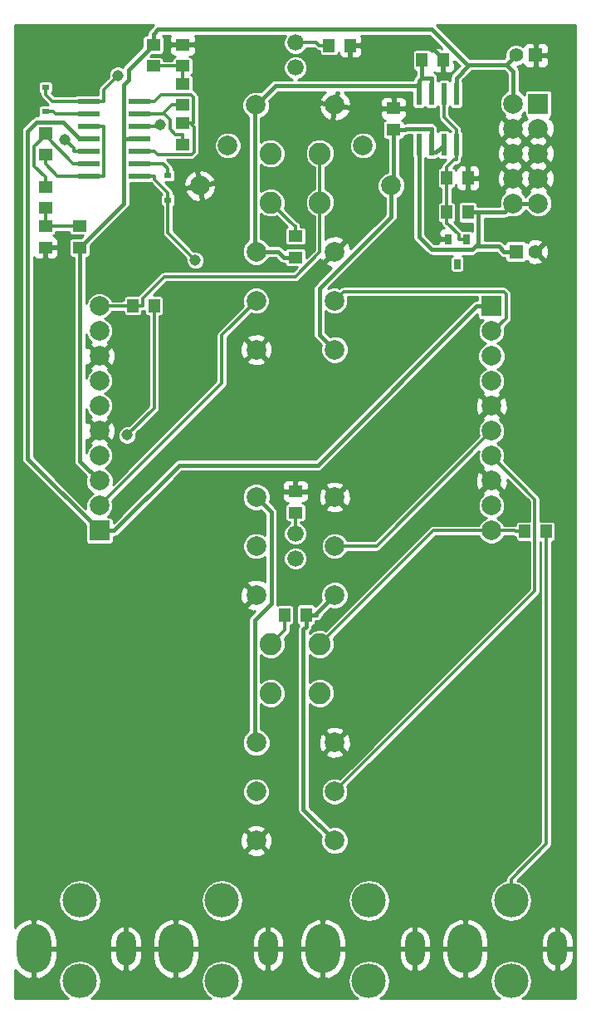
<source format=gbl>
G04 (created by PCBNEW (2013-07-07 BZR 4022)-stable) date 2014-05-25 10:59:23 PM*
%MOIN*%
G04 Gerber Fmt 3.4, Leading zero omitted, Abs format*
%FSLAX34Y34*%
G01*
G70*
G90*
G04 APERTURE LIST*
%ADD10C,0.00590551*%
%ADD11C,0.0787*%
%ADD12R,0.0787X0.0787*%
%ADD13R,0.0276X0.0394*%
%ADD14R,0.0236X0.0866*%
%ADD15R,0.03X0.024*%
%ADD16R,0.0866X0.0236*%
%ADD17R,0.055X0.045*%
%ADD18R,0.045X0.055*%
%ADD19O,0.137795X0.19685*%
%ADD20O,0.0787402X0.137795*%
%ADD21O,0.137795X0.137795*%
%ADD22C,0.066*%
%ADD23C,0.0885827*%
%ADD24R,0.0551181X0.0551181*%
%ADD25C,0.0551181*%
%ADD26C,0.045*%
%ADD27C,0.016*%
%ADD28C,0.014*%
%ADD29C,0.01*%
G04 APERTURE END LIST*
G54D10*
G54D11*
X64870Y-44700D03*
X64870Y-43700D03*
X64870Y-45700D03*
X64870Y-42700D03*
G54D12*
X64870Y-41700D03*
G54D11*
X63870Y-41700D03*
X63870Y-42700D03*
X63870Y-43700D03*
X63870Y-44700D03*
X63870Y-45700D03*
G54D13*
X61614Y-48137D03*
X61989Y-47137D03*
X61239Y-47137D03*
G54D14*
X60076Y-41299D03*
X60576Y-41299D03*
X61076Y-41299D03*
X61576Y-41299D03*
X61576Y-43345D03*
X61076Y-43345D03*
X60576Y-43345D03*
X60076Y-43345D03*
G54D15*
X45078Y-42025D03*
X45078Y-41045D03*
X50000Y-44588D03*
X50000Y-45568D03*
G54D16*
X46811Y-44610D03*
X46811Y-44110D03*
X46811Y-43610D03*
X46811Y-43110D03*
X46811Y-42610D03*
X46811Y-42110D03*
X46811Y-41610D03*
X48857Y-41610D03*
X48857Y-42110D03*
X48857Y-42610D03*
X48857Y-43110D03*
X48857Y-43610D03*
X48857Y-44110D03*
X48857Y-44610D03*
G54D17*
X45078Y-42882D03*
X45078Y-43732D03*
G54D18*
X65188Y-58858D03*
X64338Y-58858D03*
G54D17*
X45078Y-45897D03*
X45078Y-45047D03*
X45078Y-46622D03*
X45078Y-47472D03*
X46456Y-47472D03*
X46456Y-46622D03*
G54D18*
X49440Y-49803D03*
X48590Y-49803D03*
X60204Y-39960D03*
X61054Y-39960D03*
G54D17*
X59055Y-42747D03*
X59055Y-41897D03*
G54D18*
X55543Y-62204D03*
X54693Y-62204D03*
G54D17*
X55118Y-57252D03*
X55118Y-58102D03*
X50590Y-43338D03*
X50590Y-42488D03*
X50590Y-40913D03*
X50590Y-41763D03*
X50590Y-40188D03*
X50590Y-39338D03*
X49409Y-39338D03*
X49409Y-40188D03*
X55118Y-47865D03*
X55118Y-47015D03*
G54D18*
X57314Y-39370D03*
X56464Y-39370D03*
X61189Y-44685D03*
X62039Y-44685D03*
X62039Y-46062D03*
X61189Y-46062D03*
G54D19*
X56220Y-75590D03*
G54D20*
X59921Y-75590D03*
G54D21*
X58070Y-73661D03*
X58070Y-76889D03*
G54D19*
X61929Y-75590D03*
G54D20*
X65629Y-75590D03*
G54D21*
X63779Y-73661D03*
X63779Y-76889D03*
G54D19*
X50314Y-75590D03*
G54D20*
X54015Y-75590D03*
G54D21*
X52165Y-73661D03*
X52165Y-76889D03*
G54D19*
X44606Y-75590D03*
G54D20*
X48307Y-75590D03*
G54D21*
X46456Y-73661D03*
X46456Y-76889D03*
G54D22*
X55118Y-59948D03*
X55118Y-58948D03*
X55118Y-40263D03*
X55118Y-39263D03*
G54D23*
X56102Y-65354D03*
X54133Y-65354D03*
X54133Y-63385D03*
X56102Y-63385D03*
X56102Y-45669D03*
X54133Y-45669D03*
X54133Y-43700D03*
X56102Y-43700D03*
G54D12*
X62992Y-49830D03*
G54D11*
X62992Y-50830D03*
X62992Y-51830D03*
X62992Y-52830D03*
X62992Y-53830D03*
X62992Y-54830D03*
X62992Y-55830D03*
X62992Y-56830D03*
X62992Y-57830D03*
X62992Y-58830D03*
G54D12*
X47244Y-58830D03*
G54D11*
X47244Y-57830D03*
X47244Y-56830D03*
X47244Y-55830D03*
X47244Y-54830D03*
X47244Y-53830D03*
X47244Y-52830D03*
X47244Y-51830D03*
X47244Y-50830D03*
X47244Y-49830D03*
G54D24*
X64763Y-39763D03*
G54D25*
X63976Y-39763D03*
G54D24*
X63976Y-47637D03*
G54D25*
X64763Y-47637D03*
G54D11*
X57832Y-43376D03*
X58961Y-44989D03*
X56703Y-41764D03*
X56692Y-49606D03*
X56692Y-51574D03*
X56692Y-47637D03*
X56692Y-59448D03*
X56692Y-61417D03*
X56692Y-57480D03*
X56692Y-69291D03*
X56692Y-71259D03*
X56692Y-67322D03*
X53543Y-69291D03*
X53543Y-67322D03*
X53543Y-71259D03*
X53543Y-59448D03*
X53543Y-57480D03*
X53543Y-61417D03*
X53543Y-49606D03*
X53543Y-47637D03*
X53543Y-51574D03*
X52404Y-43376D03*
X53533Y-41764D03*
X51275Y-44989D03*
G54D26*
X60787Y-47125D03*
X60511Y-39291D03*
X45078Y-48228D03*
X51377Y-39370D03*
X51096Y-47983D03*
X48357Y-54994D03*
X47986Y-40570D03*
X45850Y-43133D03*
X49691Y-42562D03*
G54D27*
X62464Y-46062D02*
X62464Y-47309D01*
X62464Y-46062D02*
X62464Y-47309D01*
X62398Y-49830D02*
X62992Y-49830D01*
X56025Y-56203D02*
X62398Y-49830D01*
X50464Y-56203D02*
X56025Y-56203D01*
X47837Y-58830D02*
X50464Y-56203D01*
X47244Y-58830D02*
X47837Y-58830D01*
X46457Y-43110D02*
X46811Y-43110D01*
X45792Y-42445D02*
X46457Y-43110D01*
X44716Y-42445D02*
X45792Y-42445D01*
X44362Y-42798D02*
X44716Y-42445D01*
X44362Y-55949D02*
X44362Y-42798D01*
X47244Y-58830D02*
X44362Y-55949D01*
X46811Y-43110D02*
X46811Y-43110D01*
X60076Y-43345D02*
X60076Y-43345D01*
X62039Y-46062D02*
X62039Y-46062D01*
X62039Y-46062D02*
X62464Y-46062D01*
X63507Y-46062D02*
X63870Y-45700D01*
X62464Y-46062D02*
X63507Y-46062D01*
X63870Y-45700D02*
X64870Y-45700D01*
X62464Y-47309D02*
X62343Y-47430D01*
X60076Y-47044D02*
X60076Y-43345D01*
X60583Y-47551D02*
X60076Y-47044D01*
X62222Y-47551D02*
X60583Y-47551D01*
X62343Y-47430D02*
X62222Y-47551D01*
X63293Y-47430D02*
X63500Y-47637D01*
X62343Y-47430D02*
X63293Y-47430D01*
X63976Y-47637D02*
X63500Y-47637D01*
X60076Y-40794D02*
X60204Y-40666D01*
X60076Y-40983D02*
X60076Y-40794D01*
X54143Y-58080D02*
X53543Y-57480D01*
X54143Y-61755D02*
X54143Y-58080D01*
X53478Y-62420D02*
X54143Y-61755D01*
X53478Y-67257D02*
X53478Y-62420D01*
X53543Y-67322D02*
X53478Y-67257D01*
X54642Y-47866D02*
X55118Y-47866D01*
X54414Y-47637D02*
X54642Y-47866D01*
X53543Y-47637D02*
X54414Y-47637D01*
X60576Y-40666D02*
X60576Y-41299D01*
X60204Y-40666D02*
X60576Y-40666D01*
X60576Y-41299D02*
X60576Y-41300D01*
X60076Y-41300D02*
X60076Y-41299D01*
X60076Y-41299D02*
X60076Y-40983D01*
X54314Y-40983D02*
X53898Y-41399D01*
X60076Y-40983D02*
X54314Y-40983D01*
X53482Y-47577D02*
X53543Y-47637D01*
X53482Y-41814D02*
X53482Y-47577D01*
X53898Y-41399D02*
X53482Y-41814D01*
X53898Y-41399D02*
X53533Y-41764D01*
X53898Y-41399D02*
X53898Y-41399D01*
X60204Y-39960D02*
X60204Y-40313D01*
X60204Y-40313D02*
X60204Y-40666D01*
X60204Y-40313D02*
X60204Y-39960D01*
X60204Y-40313D02*
X60204Y-40313D01*
X55118Y-47865D02*
X55118Y-47866D01*
X58961Y-44989D02*
X58961Y-44989D01*
X58961Y-46237D02*
X58961Y-44989D01*
X56088Y-49109D02*
X58961Y-46237D01*
X56088Y-50970D02*
X56088Y-49109D01*
X56692Y-51574D02*
X56088Y-50970D01*
X58961Y-44989D02*
X58961Y-44989D01*
X60760Y-43662D02*
X60918Y-43503D01*
X60576Y-43662D02*
X60760Y-43662D01*
X60576Y-43345D02*
X60576Y-43662D01*
X60918Y-43503D02*
X61076Y-43345D01*
X60918Y-43503D02*
X61076Y-43345D01*
X60918Y-43503D02*
X60918Y-43503D01*
X55543Y-62204D02*
X55543Y-62204D01*
X55968Y-62204D02*
X55543Y-62204D01*
X55968Y-62142D02*
X55968Y-62204D01*
X56692Y-61417D02*
X55968Y-62142D01*
X55437Y-70003D02*
X56692Y-71259D01*
X55437Y-62786D02*
X55437Y-70003D01*
X55543Y-62679D02*
X55437Y-62786D01*
X55543Y-62204D02*
X55543Y-62679D01*
X59055Y-42747D02*
X59055Y-42748D01*
X59055Y-44895D02*
X59055Y-42748D01*
X58961Y-44989D02*
X59055Y-44895D01*
X60576Y-42712D02*
X60576Y-43345D01*
X59565Y-42712D02*
X60576Y-42712D01*
X59530Y-42748D02*
X59565Y-42712D01*
X59055Y-42748D02*
X59530Y-42748D01*
X48411Y-40337D02*
X49409Y-39338D01*
X48411Y-40746D02*
X48411Y-40337D01*
X48224Y-40933D02*
X48411Y-40746D01*
X48224Y-43110D02*
X48224Y-40933D01*
X61576Y-41300D02*
X61576Y-41299D01*
X48857Y-43110D02*
X48224Y-43110D01*
X48857Y-43110D02*
X48857Y-43110D01*
X61576Y-40666D02*
X62061Y-40181D01*
X61576Y-41299D02*
X61576Y-40666D01*
X49409Y-38913D02*
X49409Y-39338D01*
X49601Y-38720D02*
X49409Y-38913D01*
X60600Y-38720D02*
X49601Y-38720D01*
X62061Y-40181D02*
X60600Y-38720D01*
X46456Y-47472D02*
X46456Y-47472D01*
X48224Y-45704D02*
X46456Y-47472D01*
X48224Y-43110D02*
X48224Y-45704D01*
X46456Y-56043D02*
X47244Y-56830D01*
X46456Y-47472D02*
X46456Y-56043D01*
X46456Y-47472D02*
X46456Y-47472D01*
X63976Y-39763D02*
X63602Y-40137D01*
X62105Y-40137D02*
X63602Y-40137D01*
X62061Y-40181D02*
X62105Y-40137D01*
X63870Y-40405D02*
X63870Y-41700D01*
X63602Y-40137D02*
X63870Y-40405D01*
G54D28*
X52158Y-50991D02*
X53543Y-49606D01*
X52158Y-52916D02*
X52158Y-50991D01*
X47244Y-57830D02*
X52158Y-52916D01*
X57057Y-49241D02*
X56692Y-49606D01*
X63477Y-49241D02*
X57057Y-49241D01*
X63575Y-49340D02*
X63477Y-49241D01*
X63575Y-50320D02*
X63575Y-49340D01*
X63064Y-50830D02*
X63575Y-50320D01*
X62992Y-50830D02*
X63064Y-50830D01*
X56102Y-43700D02*
X56102Y-45669D01*
X48985Y-49803D02*
X48590Y-49803D01*
X48985Y-49506D02*
X48985Y-49803D01*
X49856Y-48636D02*
X48985Y-49506D01*
X55127Y-48636D02*
X49856Y-48636D01*
X56102Y-47661D02*
X55127Y-48636D01*
X56102Y-45669D02*
X56102Y-47661D01*
X48168Y-49830D02*
X47244Y-49830D01*
X48195Y-49803D02*
X48168Y-49830D01*
X48590Y-49803D02*
X48195Y-49803D01*
X60657Y-58830D02*
X62992Y-58830D01*
X56102Y-63385D02*
X60657Y-58830D01*
X63916Y-58830D02*
X62992Y-58830D01*
X63943Y-58858D02*
X63916Y-58830D01*
X64338Y-58858D02*
X63943Y-58858D01*
X64338Y-58858D02*
X64338Y-58858D01*
G54D27*
X60799Y-47137D02*
X60787Y-47125D01*
X61239Y-47137D02*
X60799Y-47137D01*
X60511Y-39367D02*
X60511Y-39291D01*
X61055Y-39910D02*
X60511Y-39367D01*
X61055Y-39960D02*
X61055Y-39910D01*
X45078Y-47472D02*
X45078Y-48228D01*
X51346Y-39338D02*
X51377Y-39370D01*
X50590Y-39338D02*
X51346Y-39338D01*
X61239Y-47137D02*
X61239Y-47137D01*
G54D28*
X46456Y-46622D02*
X46456Y-46622D01*
X46456Y-46622D02*
X46456Y-46622D01*
X46456Y-46622D02*
X45078Y-46622D01*
X45078Y-46622D02*
X45078Y-46622D01*
X45078Y-46622D02*
X45078Y-45897D01*
X45078Y-46622D02*
X45078Y-46622D01*
X45078Y-45897D02*
X45078Y-45897D01*
X46204Y-44110D02*
X46811Y-44110D01*
X45173Y-43079D02*
X46204Y-44110D01*
X45078Y-43079D02*
X45173Y-43079D01*
X46811Y-44110D02*
X46811Y-44110D01*
X45078Y-42881D02*
X45078Y-42882D01*
X45078Y-42882D02*
X45078Y-43079D01*
X44984Y-43079D02*
X45078Y-43079D01*
X44633Y-43430D02*
X44984Y-43079D01*
X44633Y-44207D02*
X44633Y-43430D01*
X45078Y-44652D02*
X44633Y-44207D01*
X45078Y-45047D02*
X45078Y-44652D01*
X45078Y-45047D02*
X45078Y-45047D01*
X50590Y-43338D02*
X50590Y-43338D01*
X50086Y-42341D02*
X49855Y-42110D01*
X50086Y-42726D02*
X50086Y-42341D01*
X50303Y-42943D02*
X50086Y-42726D01*
X50590Y-42943D02*
X50303Y-42943D01*
X50590Y-43338D02*
X50590Y-42943D01*
X49855Y-42110D02*
X48857Y-42110D01*
X48857Y-42110D02*
X48857Y-42110D01*
X50145Y-41763D02*
X50590Y-41763D01*
X49855Y-42053D02*
X50145Y-41763D01*
X49855Y-42110D02*
X49855Y-42053D01*
X50590Y-41763D02*
X50590Y-41763D01*
X50590Y-41763D02*
X50590Y-41763D01*
X50000Y-46887D02*
X50000Y-45568D01*
X51096Y-47983D02*
X50000Y-46887D01*
X49460Y-44610D02*
X48857Y-44610D01*
X49460Y-44739D02*
X49460Y-44610D01*
X50000Y-45278D02*
X49460Y-44739D01*
X50000Y-45568D02*
X50000Y-45278D01*
X48857Y-44610D02*
X48857Y-44610D01*
X55118Y-58948D02*
X55118Y-58102D01*
X55118Y-58102D02*
X55118Y-58102D01*
X48857Y-44110D02*
X48857Y-44110D01*
X49811Y-44110D02*
X48857Y-44110D01*
X50000Y-44298D02*
X49811Y-44110D01*
X50000Y-44588D02*
X50000Y-44298D01*
X50000Y-44588D02*
X50000Y-44588D01*
X54692Y-62826D02*
X54692Y-62515D01*
X54133Y-63385D02*
X54692Y-62826D01*
X54692Y-62515D02*
X54692Y-62204D01*
X54693Y-62515D02*
X54693Y-62204D01*
X54692Y-62515D02*
X54693Y-62515D01*
X55085Y-46620D02*
X54133Y-45669D01*
X55118Y-46620D02*
X55085Y-46620D01*
X55118Y-47015D02*
X55118Y-46620D01*
X55118Y-47015D02*
X55118Y-47015D01*
X65188Y-71392D02*
X65188Y-65125D01*
X63779Y-72802D02*
X65188Y-71392D01*
X63779Y-73661D02*
X63779Y-72802D01*
X65188Y-65125D02*
X65188Y-58858D01*
X65188Y-65125D02*
X65188Y-58858D01*
X65188Y-65125D02*
X65188Y-65125D01*
X49409Y-40188D02*
X49409Y-40188D01*
X49409Y-40188D02*
X49409Y-40188D01*
X49409Y-40188D02*
X50590Y-40188D01*
X50590Y-40188D02*
X50590Y-40188D01*
X50590Y-40188D02*
X50590Y-40913D01*
X50590Y-40188D02*
X50590Y-40188D01*
X50590Y-40913D02*
X50590Y-40913D01*
X49460Y-43610D02*
X48857Y-43610D01*
X49584Y-43733D02*
X49460Y-43610D01*
X50944Y-43733D02*
X49584Y-43733D01*
X51042Y-43634D02*
X50944Y-43733D01*
X51042Y-42646D02*
X51042Y-43634D01*
X50885Y-42488D02*
X51042Y-42646D01*
X48857Y-43610D02*
X48857Y-43610D01*
X49460Y-41610D02*
X48857Y-41610D01*
X49724Y-41346D02*
X49460Y-41610D01*
X50922Y-41346D02*
X49724Y-41346D01*
X51035Y-41459D02*
X50922Y-41346D01*
X51035Y-42488D02*
X51035Y-41459D01*
X50885Y-42488D02*
X51035Y-42488D01*
X48857Y-41610D02*
X48857Y-41610D01*
X50590Y-42488D02*
X50590Y-42488D01*
X50590Y-42488D02*
X50885Y-42488D01*
X50590Y-42488D02*
X50590Y-42488D01*
X49440Y-53911D02*
X49440Y-51857D01*
X48357Y-54994D02*
X49440Y-53911D01*
X49440Y-51857D02*
X49440Y-49803D01*
X49440Y-51857D02*
X49440Y-49803D01*
X49440Y-51857D02*
X49440Y-51857D01*
X46811Y-42110D02*
X46811Y-42110D01*
X45078Y-42025D02*
X45078Y-42025D01*
X45483Y-42110D02*
X46811Y-42110D01*
X45398Y-42025D02*
X45483Y-42110D01*
X45078Y-42025D02*
X45398Y-42025D01*
X45078Y-42025D02*
X45078Y-42025D01*
X45078Y-44127D02*
X45078Y-43732D01*
X45561Y-44610D02*
X45078Y-44127D01*
X46811Y-44610D02*
X45561Y-44610D01*
X47414Y-44610D02*
X46811Y-44610D01*
X47434Y-44590D02*
X47414Y-44610D01*
X47434Y-42630D02*
X47434Y-44590D01*
X47414Y-42610D02*
X47434Y-42630D01*
X46811Y-42610D02*
X47414Y-42610D01*
X46811Y-42610D02*
X46811Y-42610D01*
X45078Y-43732D02*
X45078Y-43732D01*
X61076Y-42242D02*
X61076Y-41300D01*
X61576Y-42742D02*
X61076Y-42242D01*
X61576Y-43345D02*
X61576Y-42742D01*
X61576Y-43948D02*
X61576Y-43345D01*
X61480Y-43948D02*
X61576Y-43948D01*
X61188Y-44239D02*
X61480Y-43948D01*
X61188Y-44806D02*
X61188Y-44239D01*
X61189Y-44806D02*
X61189Y-44685D01*
X61188Y-44806D02*
X61189Y-44806D01*
X61988Y-47137D02*
X61989Y-47137D01*
X61076Y-41299D02*
X61076Y-41300D01*
X61188Y-46508D02*
X61188Y-45657D01*
X61231Y-46508D02*
X61188Y-46508D01*
X61681Y-46957D02*
X61231Y-46508D01*
X61681Y-47137D02*
X61681Y-46957D01*
X61988Y-47137D02*
X61681Y-47137D01*
X61188Y-45657D02*
X61188Y-44806D01*
X61189Y-45657D02*
X61189Y-46062D01*
X61188Y-45657D02*
X61189Y-45657D01*
X45078Y-41045D02*
X45078Y-41045D01*
X45353Y-41610D02*
X46811Y-41610D01*
X45078Y-41335D02*
X45353Y-41610D01*
X45078Y-41045D02*
X45078Y-41335D01*
X47414Y-41142D02*
X47986Y-40570D01*
X47414Y-41610D02*
X47414Y-41142D01*
X46811Y-41610D02*
X47414Y-41610D01*
X55963Y-39263D02*
X55118Y-39263D01*
X56069Y-39370D02*
X55963Y-39263D01*
X56464Y-39370D02*
X56069Y-39370D01*
X56464Y-39370D02*
X56464Y-39370D01*
X46208Y-43492D02*
X45850Y-43133D01*
X46208Y-43610D02*
X46208Y-43492D01*
X46811Y-43610D02*
X46208Y-43610D01*
X46811Y-43610D02*
X46811Y-43610D01*
X49643Y-42610D02*
X48857Y-42610D01*
X49691Y-42562D02*
X49643Y-42610D01*
X48857Y-42610D02*
X48857Y-42610D01*
X64733Y-57572D02*
X62992Y-55830D01*
X64733Y-61250D02*
X64733Y-57572D01*
X56692Y-69291D02*
X64733Y-61250D01*
X58374Y-59448D02*
X56692Y-59448D01*
X62992Y-54830D02*
X58374Y-59448D01*
G54D10*
G36*
X47004Y-57341D02*
X46936Y-57369D01*
X46783Y-57522D01*
X46700Y-57722D01*
X46700Y-57933D01*
X45603Y-56836D01*
X45603Y-47746D01*
X45603Y-47584D01*
X45541Y-47522D01*
X45128Y-47522D01*
X45128Y-47884D01*
X45191Y-47947D01*
X45304Y-47947D01*
X45403Y-47947D01*
X45495Y-47909D01*
X45565Y-47838D01*
X45603Y-47746D01*
X45603Y-56836D01*
X44612Y-55846D01*
X44612Y-47860D01*
X44661Y-47909D01*
X44753Y-47947D01*
X44853Y-47947D01*
X44966Y-47947D01*
X45028Y-47884D01*
X45028Y-47522D01*
X45020Y-47522D01*
X45020Y-47422D01*
X45028Y-47422D01*
X45028Y-47414D01*
X45128Y-47414D01*
X45128Y-47422D01*
X45541Y-47422D01*
X45603Y-47359D01*
X45603Y-47197D01*
X45565Y-47105D01*
X45495Y-47035D01*
X45403Y-46997D01*
X45383Y-46997D01*
X45438Y-46974D01*
X45480Y-46932D01*
X45503Y-46877D01*
X45503Y-46842D01*
X46031Y-46842D01*
X46031Y-46876D01*
X46054Y-46932D01*
X46096Y-46974D01*
X46151Y-46997D01*
X46211Y-46997D01*
X46578Y-46997D01*
X46498Y-47077D01*
X46148Y-47077D01*
X46085Y-47103D01*
X46037Y-47150D01*
X46011Y-47213D01*
X46011Y-47280D01*
X46011Y-47730D01*
X46037Y-47793D01*
X46085Y-47841D01*
X46147Y-47867D01*
X46206Y-47867D01*
X46206Y-56043D01*
X46225Y-56138D01*
X46279Y-56220D01*
X46709Y-56649D01*
X46680Y-56718D01*
X46680Y-56942D01*
X46766Y-57149D01*
X46924Y-57308D01*
X47004Y-57341D01*
X47004Y-57341D01*
G37*
G54D29*
X47004Y-57341D02*
X46936Y-57369D01*
X46783Y-57522D01*
X46700Y-57722D01*
X46700Y-57933D01*
X45603Y-56836D01*
X45603Y-47746D01*
X45603Y-47584D01*
X45541Y-47522D01*
X45128Y-47522D01*
X45128Y-47884D01*
X45191Y-47947D01*
X45304Y-47947D01*
X45403Y-47947D01*
X45495Y-47909D01*
X45565Y-47838D01*
X45603Y-47746D01*
X45603Y-56836D01*
X44612Y-55846D01*
X44612Y-47860D01*
X44661Y-47909D01*
X44753Y-47947D01*
X44853Y-47947D01*
X44966Y-47947D01*
X45028Y-47884D01*
X45028Y-47522D01*
X45020Y-47522D01*
X45020Y-47422D01*
X45028Y-47422D01*
X45028Y-47414D01*
X45128Y-47414D01*
X45128Y-47422D01*
X45541Y-47422D01*
X45603Y-47359D01*
X45603Y-47197D01*
X45565Y-47105D01*
X45495Y-47035D01*
X45403Y-46997D01*
X45383Y-46997D01*
X45438Y-46974D01*
X45480Y-46932D01*
X45503Y-46877D01*
X45503Y-46842D01*
X46031Y-46842D01*
X46031Y-46876D01*
X46054Y-46932D01*
X46096Y-46974D01*
X46151Y-46997D01*
X46211Y-46997D01*
X46578Y-46997D01*
X46498Y-47077D01*
X46148Y-47077D01*
X46085Y-47103D01*
X46037Y-47150D01*
X46011Y-47213D01*
X46011Y-47280D01*
X46011Y-47730D01*
X46037Y-47793D01*
X46085Y-47841D01*
X46147Y-47867D01*
X46206Y-47867D01*
X46206Y-56043D01*
X46225Y-56138D01*
X46279Y-56220D01*
X46709Y-56649D01*
X46680Y-56718D01*
X46680Y-56942D01*
X46766Y-57149D01*
X46924Y-57308D01*
X47004Y-57341D01*
G54D10*
G36*
X61004Y-39498D02*
X60942Y-39435D01*
X60780Y-39435D01*
X60688Y-39473D01*
X60618Y-39543D01*
X60586Y-39619D01*
X60574Y-39589D01*
X60526Y-39541D01*
X60463Y-39515D01*
X60396Y-39515D01*
X59946Y-39515D01*
X59883Y-39541D01*
X59835Y-39589D01*
X59809Y-39651D01*
X59809Y-39719D01*
X59809Y-40269D01*
X59835Y-40331D01*
X59883Y-40379D01*
X59945Y-40405D01*
X59954Y-40405D01*
X59954Y-40563D01*
X59899Y-40618D01*
X59845Y-40699D01*
X59838Y-40733D01*
X57789Y-40733D01*
X57789Y-39595D01*
X57789Y-39482D01*
X57727Y-39420D01*
X57364Y-39420D01*
X57364Y-39832D01*
X57427Y-39895D01*
X57589Y-39895D01*
X57681Y-39857D01*
X57751Y-39786D01*
X57789Y-39695D01*
X57789Y-39595D01*
X57789Y-40733D01*
X55238Y-40733D01*
X55389Y-40670D01*
X55524Y-40536D01*
X55598Y-40359D01*
X55598Y-40168D01*
X55525Y-39992D01*
X55390Y-39857D01*
X55214Y-39783D01*
X55023Y-39783D01*
X54846Y-39856D01*
X54711Y-39991D01*
X54638Y-40167D01*
X54638Y-40358D01*
X54710Y-40535D01*
X54845Y-40670D01*
X54997Y-40733D01*
X54314Y-40733D01*
X54218Y-40752D01*
X54137Y-40806D01*
X54137Y-40806D01*
X53721Y-41222D01*
X53721Y-41222D01*
X53714Y-41229D01*
X53645Y-41200D01*
X53421Y-41200D01*
X53214Y-41286D01*
X53055Y-41444D01*
X52969Y-41651D01*
X52969Y-41875D01*
X53055Y-42083D01*
X53213Y-42241D01*
X53232Y-42249D01*
X53232Y-47156D01*
X53224Y-47159D01*
X53065Y-47318D01*
X52979Y-47525D01*
X52979Y-47749D01*
X53065Y-47956D01*
X53223Y-48115D01*
X53430Y-48201D01*
X53654Y-48201D01*
X53862Y-48115D01*
X54020Y-47957D01*
X54049Y-47887D01*
X54311Y-47887D01*
X54465Y-48041D01*
X54466Y-48042D01*
X54547Y-48097D01*
X54642Y-48116D01*
X54673Y-48116D01*
X54673Y-48124D01*
X54698Y-48187D01*
X54746Y-48234D01*
X54809Y-48260D01*
X54876Y-48260D01*
X55191Y-48260D01*
X55036Y-48416D01*
X52947Y-48416D01*
X52947Y-43269D01*
X52865Y-43069D01*
X52712Y-42916D01*
X52512Y-42833D01*
X52296Y-42833D01*
X52096Y-42915D01*
X51943Y-43068D01*
X51860Y-43268D01*
X51860Y-43484D01*
X51943Y-43684D01*
X52095Y-43837D01*
X52295Y-43920D01*
X52511Y-43920D01*
X52711Y-43837D01*
X52864Y-43685D01*
X52947Y-43485D01*
X52947Y-43269D01*
X52947Y-48416D01*
X51929Y-48416D01*
X51929Y-45027D01*
X51877Y-44951D01*
X51877Y-44729D01*
X51731Y-44518D01*
X51516Y-44379D01*
X51313Y-44334D01*
X51221Y-44398D01*
X51315Y-44931D01*
X51848Y-44837D01*
X51877Y-44729D01*
X51877Y-44951D01*
X51866Y-44935D01*
X51332Y-45029D01*
X51426Y-45563D01*
X51535Y-45591D01*
X51745Y-45446D01*
X51884Y-45231D01*
X51929Y-45027D01*
X51929Y-48416D01*
X49857Y-48416D01*
X49856Y-48416D01*
X49772Y-48432D01*
X49700Y-48480D01*
X48830Y-49351D01*
X48812Y-49378D01*
X48786Y-49378D01*
X48336Y-49378D01*
X48280Y-49400D01*
X48238Y-49443D01*
X48215Y-49498D01*
X48215Y-49557D01*
X48215Y-49583D01*
X48195Y-49583D01*
X48111Y-49599D01*
X48095Y-49610D01*
X47741Y-49610D01*
X47705Y-49523D01*
X47552Y-49370D01*
X47352Y-49287D01*
X47136Y-49287D01*
X46936Y-49369D01*
X46783Y-49522D01*
X46706Y-49707D01*
X46706Y-47867D01*
X46765Y-47867D01*
X46827Y-47841D01*
X46875Y-47793D01*
X46901Y-47731D01*
X46901Y-47663D01*
X46901Y-47380D01*
X48401Y-45881D01*
X48455Y-45800D01*
X48474Y-45704D01*
X48474Y-45703D01*
X48474Y-44878D01*
X49293Y-44878D01*
X49305Y-44894D01*
X49748Y-45338D01*
X49722Y-45363D01*
X49700Y-45418D01*
X49699Y-45478D01*
X49699Y-45718D01*
X49722Y-45773D01*
X49764Y-45815D01*
X49780Y-45822D01*
X49780Y-46887D01*
X49796Y-46971D01*
X49844Y-47042D01*
X50721Y-47919D01*
X50720Y-48057D01*
X50777Y-48195D01*
X50883Y-48300D01*
X51021Y-48358D01*
X51170Y-48358D01*
X51308Y-48301D01*
X51413Y-48195D01*
X51470Y-48057D01*
X51471Y-47908D01*
X51414Y-47770D01*
X51328Y-47685D01*
X51328Y-45580D01*
X51234Y-45047D01*
X51217Y-45050D01*
X51217Y-44948D01*
X51123Y-44415D01*
X51014Y-44387D01*
X50804Y-44532D01*
X50665Y-44747D01*
X50620Y-44950D01*
X50683Y-45042D01*
X51217Y-44948D01*
X51217Y-45050D01*
X50701Y-45141D01*
X50672Y-45249D01*
X50818Y-45460D01*
X51033Y-45599D01*
X51236Y-45644D01*
X51328Y-45580D01*
X51328Y-47685D01*
X51308Y-47665D01*
X51170Y-47608D01*
X51031Y-47608D01*
X50220Y-46796D01*
X50220Y-45822D01*
X50234Y-45815D01*
X50277Y-45773D01*
X50299Y-45718D01*
X50300Y-45659D01*
X50300Y-45419D01*
X50277Y-45363D01*
X50235Y-45321D01*
X50220Y-45315D01*
X50220Y-45278D01*
X50203Y-45194D01*
X50155Y-45123D01*
X50155Y-45123D01*
X49891Y-44858D01*
X50179Y-44858D01*
X50234Y-44835D01*
X50277Y-44793D01*
X50299Y-44738D01*
X50300Y-44679D01*
X50300Y-44439D01*
X50277Y-44383D01*
X50235Y-44341D01*
X50220Y-44335D01*
X50220Y-44298D01*
X50203Y-44214D01*
X50203Y-44214D01*
X50155Y-44142D01*
X49967Y-43954D01*
X49965Y-43953D01*
X50944Y-43953D01*
X51028Y-43936D01*
X51028Y-43936D01*
X51099Y-43889D01*
X51198Y-43790D01*
X51198Y-43790D01*
X51246Y-43718D01*
X51262Y-43634D01*
X51262Y-43634D01*
X51262Y-42646D01*
X51246Y-42561D01*
X51242Y-42556D01*
X51255Y-42488D01*
X51255Y-41459D01*
X51239Y-41375D01*
X51239Y-41375D01*
X51191Y-41303D01*
X51078Y-41190D01*
X51015Y-41148D01*
X51015Y-41108D01*
X51015Y-40658D01*
X50992Y-40603D01*
X50950Y-40561D01*
X50925Y-40551D01*
X50950Y-40541D01*
X50992Y-40498D01*
X51015Y-40443D01*
X51015Y-40384D01*
X51015Y-39934D01*
X50992Y-39878D01*
X50950Y-39836D01*
X50895Y-39813D01*
X50865Y-39813D01*
X50915Y-39813D01*
X51007Y-39775D01*
X51077Y-39705D01*
X51115Y-39613D01*
X51115Y-39451D01*
X51053Y-39388D01*
X50640Y-39388D01*
X50640Y-39396D01*
X50540Y-39396D01*
X50540Y-39388D01*
X50128Y-39388D01*
X50065Y-39451D01*
X50065Y-39613D01*
X50103Y-39705D01*
X50173Y-39775D01*
X50265Y-39813D01*
X50285Y-39813D01*
X50285Y-39813D01*
X50230Y-39836D01*
X50188Y-39878D01*
X50165Y-39933D01*
X50165Y-39968D01*
X49834Y-39968D01*
X49834Y-39934D01*
X49811Y-39878D01*
X49769Y-39836D01*
X49714Y-39813D01*
X49654Y-39813D01*
X49287Y-39813D01*
X49367Y-39733D01*
X49718Y-39733D01*
X49780Y-39707D01*
X49828Y-39660D01*
X49854Y-39597D01*
X49854Y-39530D01*
X49854Y-39080D01*
X49828Y-39017D01*
X49782Y-38970D01*
X50104Y-38970D01*
X50103Y-38972D01*
X50065Y-39064D01*
X50065Y-39226D01*
X50128Y-39288D01*
X50540Y-39288D01*
X50540Y-39280D01*
X50640Y-39280D01*
X50640Y-39288D01*
X51053Y-39288D01*
X51115Y-39226D01*
X51115Y-39064D01*
X51077Y-38972D01*
X51076Y-38970D01*
X54732Y-38970D01*
X54711Y-38991D01*
X54638Y-39167D01*
X54638Y-39358D01*
X54710Y-39535D01*
X54845Y-39670D01*
X55022Y-39743D01*
X55213Y-39743D01*
X55389Y-39670D01*
X55524Y-39536D01*
X55546Y-39483D01*
X55872Y-39483D01*
X55914Y-39525D01*
X55914Y-39525D01*
X55985Y-39573D01*
X56069Y-39590D01*
X56089Y-39590D01*
X56089Y-39674D01*
X56112Y-39729D01*
X56154Y-39772D01*
X56209Y-39795D01*
X56269Y-39795D01*
X56719Y-39795D01*
X56774Y-39772D01*
X56816Y-39730D01*
X56839Y-39675D01*
X56839Y-39645D01*
X56839Y-39695D01*
X56877Y-39786D01*
X56948Y-39857D01*
X57040Y-39895D01*
X57202Y-39895D01*
X57264Y-39832D01*
X57264Y-39420D01*
X57256Y-39420D01*
X57256Y-39320D01*
X57264Y-39320D01*
X57264Y-39312D01*
X57364Y-39312D01*
X57364Y-39320D01*
X57727Y-39320D01*
X57789Y-39257D01*
X57789Y-39144D01*
X57789Y-39045D01*
X57758Y-38970D01*
X60496Y-38970D01*
X61004Y-39479D01*
X61004Y-39498D01*
X61004Y-39498D01*
G37*
G54D29*
X61004Y-39498D02*
X60942Y-39435D01*
X60780Y-39435D01*
X60688Y-39473D01*
X60618Y-39543D01*
X60586Y-39619D01*
X60574Y-39589D01*
X60526Y-39541D01*
X60463Y-39515D01*
X60396Y-39515D01*
X59946Y-39515D01*
X59883Y-39541D01*
X59835Y-39589D01*
X59809Y-39651D01*
X59809Y-39719D01*
X59809Y-40269D01*
X59835Y-40331D01*
X59883Y-40379D01*
X59945Y-40405D01*
X59954Y-40405D01*
X59954Y-40563D01*
X59899Y-40618D01*
X59845Y-40699D01*
X59838Y-40733D01*
X57789Y-40733D01*
X57789Y-39595D01*
X57789Y-39482D01*
X57727Y-39420D01*
X57364Y-39420D01*
X57364Y-39832D01*
X57427Y-39895D01*
X57589Y-39895D01*
X57681Y-39857D01*
X57751Y-39786D01*
X57789Y-39695D01*
X57789Y-39595D01*
X57789Y-40733D01*
X55238Y-40733D01*
X55389Y-40670D01*
X55524Y-40536D01*
X55598Y-40359D01*
X55598Y-40168D01*
X55525Y-39992D01*
X55390Y-39857D01*
X55214Y-39783D01*
X55023Y-39783D01*
X54846Y-39856D01*
X54711Y-39991D01*
X54638Y-40167D01*
X54638Y-40358D01*
X54710Y-40535D01*
X54845Y-40670D01*
X54997Y-40733D01*
X54314Y-40733D01*
X54218Y-40752D01*
X54137Y-40806D01*
X54137Y-40806D01*
X53721Y-41222D01*
X53721Y-41222D01*
X53714Y-41229D01*
X53645Y-41200D01*
X53421Y-41200D01*
X53214Y-41286D01*
X53055Y-41444D01*
X52969Y-41651D01*
X52969Y-41875D01*
X53055Y-42083D01*
X53213Y-42241D01*
X53232Y-42249D01*
X53232Y-47156D01*
X53224Y-47159D01*
X53065Y-47318D01*
X52979Y-47525D01*
X52979Y-47749D01*
X53065Y-47956D01*
X53223Y-48115D01*
X53430Y-48201D01*
X53654Y-48201D01*
X53862Y-48115D01*
X54020Y-47957D01*
X54049Y-47887D01*
X54311Y-47887D01*
X54465Y-48041D01*
X54466Y-48042D01*
X54547Y-48097D01*
X54642Y-48116D01*
X54673Y-48116D01*
X54673Y-48124D01*
X54698Y-48187D01*
X54746Y-48234D01*
X54809Y-48260D01*
X54876Y-48260D01*
X55191Y-48260D01*
X55036Y-48416D01*
X52947Y-48416D01*
X52947Y-43269D01*
X52865Y-43069D01*
X52712Y-42916D01*
X52512Y-42833D01*
X52296Y-42833D01*
X52096Y-42915D01*
X51943Y-43068D01*
X51860Y-43268D01*
X51860Y-43484D01*
X51943Y-43684D01*
X52095Y-43837D01*
X52295Y-43920D01*
X52511Y-43920D01*
X52711Y-43837D01*
X52864Y-43685D01*
X52947Y-43485D01*
X52947Y-43269D01*
X52947Y-48416D01*
X51929Y-48416D01*
X51929Y-45027D01*
X51877Y-44951D01*
X51877Y-44729D01*
X51731Y-44518D01*
X51516Y-44379D01*
X51313Y-44334D01*
X51221Y-44398D01*
X51315Y-44931D01*
X51848Y-44837D01*
X51877Y-44729D01*
X51877Y-44951D01*
X51866Y-44935D01*
X51332Y-45029D01*
X51426Y-45563D01*
X51535Y-45591D01*
X51745Y-45446D01*
X51884Y-45231D01*
X51929Y-45027D01*
X51929Y-48416D01*
X49857Y-48416D01*
X49856Y-48416D01*
X49772Y-48432D01*
X49700Y-48480D01*
X48830Y-49351D01*
X48812Y-49378D01*
X48786Y-49378D01*
X48336Y-49378D01*
X48280Y-49400D01*
X48238Y-49443D01*
X48215Y-49498D01*
X48215Y-49557D01*
X48215Y-49583D01*
X48195Y-49583D01*
X48111Y-49599D01*
X48095Y-49610D01*
X47741Y-49610D01*
X47705Y-49523D01*
X47552Y-49370D01*
X47352Y-49287D01*
X47136Y-49287D01*
X46936Y-49369D01*
X46783Y-49522D01*
X46706Y-49707D01*
X46706Y-47867D01*
X46765Y-47867D01*
X46827Y-47841D01*
X46875Y-47793D01*
X46901Y-47731D01*
X46901Y-47663D01*
X46901Y-47380D01*
X48401Y-45881D01*
X48455Y-45800D01*
X48474Y-45704D01*
X48474Y-45703D01*
X48474Y-44878D01*
X49293Y-44878D01*
X49305Y-44894D01*
X49748Y-45338D01*
X49722Y-45363D01*
X49700Y-45418D01*
X49699Y-45478D01*
X49699Y-45718D01*
X49722Y-45773D01*
X49764Y-45815D01*
X49780Y-45822D01*
X49780Y-46887D01*
X49796Y-46971D01*
X49844Y-47042D01*
X50721Y-47919D01*
X50720Y-48057D01*
X50777Y-48195D01*
X50883Y-48300D01*
X51021Y-48358D01*
X51170Y-48358D01*
X51308Y-48301D01*
X51413Y-48195D01*
X51470Y-48057D01*
X51471Y-47908D01*
X51414Y-47770D01*
X51328Y-47685D01*
X51328Y-45580D01*
X51234Y-45047D01*
X51217Y-45050D01*
X51217Y-44948D01*
X51123Y-44415D01*
X51014Y-44387D01*
X50804Y-44532D01*
X50665Y-44747D01*
X50620Y-44950D01*
X50683Y-45042D01*
X51217Y-44948D01*
X51217Y-45050D01*
X50701Y-45141D01*
X50672Y-45249D01*
X50818Y-45460D01*
X51033Y-45599D01*
X51236Y-45644D01*
X51328Y-45580D01*
X51328Y-47685D01*
X51308Y-47665D01*
X51170Y-47608D01*
X51031Y-47608D01*
X50220Y-46796D01*
X50220Y-45822D01*
X50234Y-45815D01*
X50277Y-45773D01*
X50299Y-45718D01*
X50300Y-45659D01*
X50300Y-45419D01*
X50277Y-45363D01*
X50235Y-45321D01*
X50220Y-45315D01*
X50220Y-45278D01*
X50203Y-45194D01*
X50155Y-45123D01*
X50155Y-45123D01*
X49891Y-44858D01*
X50179Y-44858D01*
X50234Y-44835D01*
X50277Y-44793D01*
X50299Y-44738D01*
X50300Y-44679D01*
X50300Y-44439D01*
X50277Y-44383D01*
X50235Y-44341D01*
X50220Y-44335D01*
X50220Y-44298D01*
X50203Y-44214D01*
X50203Y-44214D01*
X50155Y-44142D01*
X49967Y-43954D01*
X49965Y-43953D01*
X50944Y-43953D01*
X51028Y-43936D01*
X51028Y-43936D01*
X51099Y-43889D01*
X51198Y-43790D01*
X51198Y-43790D01*
X51246Y-43718D01*
X51262Y-43634D01*
X51262Y-43634D01*
X51262Y-42646D01*
X51246Y-42561D01*
X51242Y-42556D01*
X51255Y-42488D01*
X51255Y-41459D01*
X51239Y-41375D01*
X51239Y-41375D01*
X51191Y-41303D01*
X51078Y-41190D01*
X51015Y-41148D01*
X51015Y-41108D01*
X51015Y-40658D01*
X50992Y-40603D01*
X50950Y-40561D01*
X50925Y-40551D01*
X50950Y-40541D01*
X50992Y-40498D01*
X51015Y-40443D01*
X51015Y-40384D01*
X51015Y-39934D01*
X50992Y-39878D01*
X50950Y-39836D01*
X50895Y-39813D01*
X50865Y-39813D01*
X50915Y-39813D01*
X51007Y-39775D01*
X51077Y-39705D01*
X51115Y-39613D01*
X51115Y-39451D01*
X51053Y-39388D01*
X50640Y-39388D01*
X50640Y-39396D01*
X50540Y-39396D01*
X50540Y-39388D01*
X50128Y-39388D01*
X50065Y-39451D01*
X50065Y-39613D01*
X50103Y-39705D01*
X50173Y-39775D01*
X50265Y-39813D01*
X50285Y-39813D01*
X50285Y-39813D01*
X50230Y-39836D01*
X50188Y-39878D01*
X50165Y-39933D01*
X50165Y-39968D01*
X49834Y-39968D01*
X49834Y-39934D01*
X49811Y-39878D01*
X49769Y-39836D01*
X49714Y-39813D01*
X49654Y-39813D01*
X49287Y-39813D01*
X49367Y-39733D01*
X49718Y-39733D01*
X49780Y-39707D01*
X49828Y-39660D01*
X49854Y-39597D01*
X49854Y-39530D01*
X49854Y-39080D01*
X49828Y-39017D01*
X49782Y-38970D01*
X50104Y-38970D01*
X50103Y-38972D01*
X50065Y-39064D01*
X50065Y-39226D01*
X50128Y-39288D01*
X50540Y-39288D01*
X50540Y-39280D01*
X50640Y-39280D01*
X50640Y-39288D01*
X51053Y-39288D01*
X51115Y-39226D01*
X51115Y-39064D01*
X51077Y-38972D01*
X51076Y-38970D01*
X54732Y-38970D01*
X54711Y-38991D01*
X54638Y-39167D01*
X54638Y-39358D01*
X54710Y-39535D01*
X54845Y-39670D01*
X55022Y-39743D01*
X55213Y-39743D01*
X55389Y-39670D01*
X55524Y-39536D01*
X55546Y-39483D01*
X55872Y-39483D01*
X55914Y-39525D01*
X55914Y-39525D01*
X55985Y-39573D01*
X56069Y-39590D01*
X56089Y-39590D01*
X56089Y-39674D01*
X56112Y-39729D01*
X56154Y-39772D01*
X56209Y-39795D01*
X56269Y-39795D01*
X56719Y-39795D01*
X56774Y-39772D01*
X56816Y-39730D01*
X56839Y-39675D01*
X56839Y-39645D01*
X56839Y-39695D01*
X56877Y-39786D01*
X56948Y-39857D01*
X57040Y-39895D01*
X57202Y-39895D01*
X57264Y-39832D01*
X57264Y-39420D01*
X57256Y-39420D01*
X57256Y-39320D01*
X57264Y-39320D01*
X57264Y-39312D01*
X57364Y-39312D01*
X57364Y-39320D01*
X57727Y-39320D01*
X57789Y-39257D01*
X57789Y-39144D01*
X57789Y-39045D01*
X57758Y-38970D01*
X60496Y-38970D01*
X61004Y-39479D01*
X61004Y-39498D01*
G54D10*
G36*
X61297Y-47187D02*
X61289Y-47187D01*
X61289Y-47195D01*
X61189Y-47195D01*
X61189Y-47187D01*
X60913Y-47187D01*
X60851Y-47250D01*
X60851Y-47285D01*
X60851Y-47301D01*
X60687Y-47301D01*
X60326Y-46940D01*
X60326Y-43887D01*
X60326Y-43887D01*
X60362Y-43922D01*
X60424Y-43948D01*
X60492Y-43948D01*
X60728Y-43948D01*
X60790Y-43923D01*
X60812Y-43901D01*
X60836Y-43897D01*
X60862Y-43922D01*
X60924Y-43948D01*
X60992Y-43948D01*
X61168Y-43948D01*
X61033Y-44084D01*
X60985Y-44155D01*
X60968Y-44239D01*
X60968Y-44260D01*
X60934Y-44260D01*
X60879Y-44282D01*
X60837Y-44324D01*
X60814Y-44380D01*
X60814Y-44439D01*
X60814Y-44989D01*
X60836Y-45044D01*
X60879Y-45087D01*
X60934Y-45110D01*
X60968Y-45110D01*
X60968Y-45637D01*
X60934Y-45637D01*
X60879Y-45660D01*
X60837Y-45702D01*
X60814Y-45758D01*
X60814Y-45817D01*
X60814Y-46367D01*
X60836Y-46422D01*
X60879Y-46465D01*
X60934Y-46487D01*
X60968Y-46487D01*
X60968Y-46508D01*
X60985Y-46592D01*
X61033Y-46663D01*
X61073Y-46690D01*
X61051Y-46690D01*
X60959Y-46728D01*
X60889Y-46798D01*
X60851Y-46890D01*
X60851Y-46990D01*
X60851Y-47025D01*
X60913Y-47087D01*
X61189Y-47087D01*
X61189Y-47079D01*
X61289Y-47079D01*
X61289Y-47087D01*
X61297Y-47087D01*
X61297Y-47187D01*
X61297Y-47187D01*
G37*
G54D29*
X61297Y-47187D02*
X61289Y-47187D01*
X61289Y-47195D01*
X61189Y-47195D01*
X61189Y-47187D01*
X60913Y-47187D01*
X60851Y-47250D01*
X60851Y-47285D01*
X60851Y-47301D01*
X60687Y-47301D01*
X60326Y-46940D01*
X60326Y-43887D01*
X60326Y-43887D01*
X60362Y-43922D01*
X60424Y-43948D01*
X60492Y-43948D01*
X60728Y-43948D01*
X60790Y-43923D01*
X60812Y-43901D01*
X60836Y-43897D01*
X60862Y-43922D01*
X60924Y-43948D01*
X60992Y-43948D01*
X61168Y-43948D01*
X61033Y-44084D01*
X60985Y-44155D01*
X60968Y-44239D01*
X60968Y-44260D01*
X60934Y-44260D01*
X60879Y-44282D01*
X60837Y-44324D01*
X60814Y-44380D01*
X60814Y-44439D01*
X60814Y-44989D01*
X60836Y-45044D01*
X60879Y-45087D01*
X60934Y-45110D01*
X60968Y-45110D01*
X60968Y-45637D01*
X60934Y-45637D01*
X60879Y-45660D01*
X60837Y-45702D01*
X60814Y-45758D01*
X60814Y-45817D01*
X60814Y-46367D01*
X60836Y-46422D01*
X60879Y-46465D01*
X60934Y-46487D01*
X60968Y-46487D01*
X60968Y-46508D01*
X60985Y-46592D01*
X61033Y-46663D01*
X61073Y-46690D01*
X61051Y-46690D01*
X60959Y-46728D01*
X60889Y-46798D01*
X60851Y-46890D01*
X60851Y-46990D01*
X60851Y-47025D01*
X60913Y-47087D01*
X61189Y-47087D01*
X61189Y-47079D01*
X61289Y-47079D01*
X61289Y-47087D01*
X61297Y-47087D01*
X61297Y-47187D01*
G54D10*
G36*
X61708Y-40182D02*
X61529Y-40360D01*
X61399Y-40490D01*
X61345Y-40571D01*
X61326Y-40666D01*
X61326Y-40758D01*
X61314Y-40770D01*
X61313Y-40773D01*
X61279Y-40739D01*
X61224Y-40716D01*
X61165Y-40716D01*
X60929Y-40716D01*
X60873Y-40739D01*
X60840Y-40773D01*
X60838Y-40770D01*
X60826Y-40758D01*
X60826Y-40666D01*
X60807Y-40571D01*
X60753Y-40490D01*
X60692Y-40449D01*
X60780Y-40485D01*
X60942Y-40485D01*
X61004Y-40423D01*
X61004Y-40010D01*
X60997Y-40010D01*
X60997Y-39910D01*
X61004Y-39910D01*
X61004Y-39902D01*
X61104Y-39902D01*
X61104Y-39910D01*
X61112Y-39910D01*
X61112Y-40010D01*
X61104Y-40010D01*
X61104Y-40423D01*
X61167Y-40485D01*
X61329Y-40485D01*
X61421Y-40447D01*
X61491Y-40377D01*
X61529Y-40285D01*
X61529Y-40186D01*
X61529Y-40073D01*
X61467Y-40010D01*
X61529Y-40010D01*
X61529Y-40004D01*
X61708Y-40182D01*
X61708Y-40182D01*
G37*
G54D29*
X61708Y-40182D02*
X61529Y-40360D01*
X61399Y-40490D01*
X61345Y-40571D01*
X61326Y-40666D01*
X61326Y-40758D01*
X61314Y-40770D01*
X61313Y-40773D01*
X61279Y-40739D01*
X61224Y-40716D01*
X61165Y-40716D01*
X60929Y-40716D01*
X60873Y-40739D01*
X60840Y-40773D01*
X60838Y-40770D01*
X60826Y-40758D01*
X60826Y-40666D01*
X60807Y-40571D01*
X60753Y-40490D01*
X60692Y-40449D01*
X60780Y-40485D01*
X60942Y-40485D01*
X61004Y-40423D01*
X61004Y-40010D01*
X60997Y-40010D01*
X60997Y-39910D01*
X61004Y-39910D01*
X61004Y-39902D01*
X61104Y-39902D01*
X61104Y-39910D01*
X61112Y-39910D01*
X61112Y-40010D01*
X61104Y-40010D01*
X61104Y-40423D01*
X61167Y-40485D01*
X61329Y-40485D01*
X61421Y-40447D01*
X61491Y-40377D01*
X61529Y-40285D01*
X61529Y-40186D01*
X61529Y-40073D01*
X61467Y-40010D01*
X61529Y-40010D01*
X61529Y-40004D01*
X61708Y-40182D01*
G54D10*
G36*
X62428Y-49461D02*
X62428Y-49470D01*
X62428Y-49580D01*
X62398Y-49580D01*
X62398Y-49580D01*
X62379Y-49584D01*
X62302Y-49599D01*
X62221Y-49653D01*
X62221Y-49653D01*
X55922Y-55953D01*
X54191Y-55953D01*
X54191Y-51678D01*
X54181Y-51423D01*
X54101Y-51230D01*
X53996Y-51191D01*
X53926Y-51262D01*
X53926Y-51121D01*
X53887Y-51016D01*
X53647Y-50927D01*
X53391Y-50936D01*
X53199Y-51016D01*
X53160Y-51121D01*
X53543Y-51504D01*
X53926Y-51121D01*
X53926Y-51262D01*
X53614Y-51574D01*
X53996Y-51957D01*
X54101Y-51918D01*
X54191Y-51678D01*
X54191Y-55953D01*
X53926Y-55953D01*
X53926Y-52028D01*
X53543Y-51645D01*
X53472Y-51716D01*
X53472Y-51574D01*
X53089Y-51191D01*
X52984Y-51230D01*
X52895Y-51470D01*
X52904Y-51726D01*
X52984Y-51918D01*
X53089Y-51957D01*
X53472Y-51574D01*
X53472Y-51716D01*
X53160Y-52028D01*
X53199Y-52133D01*
X53439Y-52222D01*
X53695Y-52213D01*
X53887Y-52133D01*
X53926Y-52028D01*
X53926Y-55953D01*
X50464Y-55953D01*
X50369Y-55972D01*
X50288Y-56026D01*
X47807Y-58507D01*
X47807Y-58403D01*
X47781Y-58341D01*
X47734Y-58293D01*
X47671Y-58267D01*
X47603Y-58267D01*
X47576Y-58267D01*
X47704Y-58138D01*
X47787Y-57939D01*
X47787Y-57723D01*
X47751Y-57634D01*
X52313Y-53072D01*
X52313Y-53072D01*
X52361Y-53000D01*
X52378Y-52916D01*
X52378Y-52916D01*
X52378Y-51082D01*
X53347Y-50113D01*
X53434Y-50149D01*
X53650Y-50149D01*
X53850Y-50067D01*
X54003Y-49914D01*
X54086Y-49714D01*
X54086Y-49498D01*
X54004Y-49298D01*
X53851Y-49145D01*
X53651Y-49062D01*
X53435Y-49062D01*
X53235Y-49145D01*
X53082Y-49298D01*
X52999Y-49497D01*
X52999Y-49713D01*
X53036Y-49802D01*
X52002Y-50835D01*
X51955Y-50907D01*
X51938Y-50991D01*
X51938Y-52825D01*
X47891Y-56871D01*
X47891Y-54934D01*
X47891Y-51934D01*
X47882Y-51678D01*
X47802Y-51486D01*
X47697Y-51447D01*
X47314Y-51830D01*
X47697Y-52213D01*
X47802Y-52174D01*
X47891Y-51934D01*
X47891Y-54934D01*
X47882Y-54678D01*
X47802Y-54486D01*
X47697Y-54447D01*
X47314Y-54830D01*
X47697Y-55213D01*
X47802Y-55174D01*
X47891Y-54934D01*
X47891Y-56871D01*
X47798Y-56965D01*
X47807Y-56943D01*
X47807Y-56719D01*
X47722Y-56511D01*
X47563Y-56353D01*
X47483Y-56319D01*
X47551Y-56291D01*
X47704Y-56138D01*
X47787Y-55939D01*
X47787Y-55723D01*
X47705Y-55523D01*
X47576Y-55394D01*
X47588Y-55389D01*
X47626Y-55284D01*
X47244Y-54901D01*
X46861Y-55284D01*
X46900Y-55389D01*
X46912Y-55393D01*
X46783Y-55522D01*
X46706Y-55707D01*
X46706Y-55182D01*
X46790Y-55213D01*
X47173Y-54830D01*
X46790Y-54447D01*
X46706Y-54478D01*
X46706Y-53953D01*
X46783Y-54138D01*
X46911Y-54267D01*
X46900Y-54272D01*
X46861Y-54377D01*
X47244Y-54759D01*
X47626Y-54377D01*
X47588Y-54272D01*
X47575Y-54267D01*
X47704Y-54138D01*
X47787Y-53939D01*
X47787Y-53723D01*
X47705Y-53523D01*
X47552Y-53370D01*
X47457Y-53330D01*
X47551Y-53291D01*
X47704Y-53138D01*
X47787Y-52939D01*
X47787Y-52723D01*
X47705Y-52523D01*
X47576Y-52394D01*
X47588Y-52389D01*
X47626Y-52284D01*
X47244Y-51901D01*
X46861Y-52284D01*
X46900Y-52389D01*
X46912Y-52393D01*
X46783Y-52522D01*
X46706Y-52707D01*
X46706Y-52182D01*
X46790Y-52213D01*
X47173Y-51830D01*
X46790Y-51447D01*
X46706Y-51478D01*
X46706Y-50953D01*
X46783Y-51138D01*
X46911Y-51267D01*
X46900Y-51272D01*
X46861Y-51377D01*
X47244Y-51759D01*
X47626Y-51377D01*
X47588Y-51272D01*
X47575Y-51267D01*
X47704Y-51138D01*
X47787Y-50939D01*
X47787Y-50723D01*
X47705Y-50523D01*
X47552Y-50370D01*
X47457Y-50330D01*
X47551Y-50291D01*
X47704Y-50138D01*
X47741Y-50050D01*
X48168Y-50050D01*
X48215Y-50041D01*
X48215Y-50107D01*
X48238Y-50163D01*
X48280Y-50205D01*
X48335Y-50228D01*
X48395Y-50228D01*
X48845Y-50228D01*
X48900Y-50205D01*
X48942Y-50163D01*
X48965Y-50108D01*
X48965Y-50048D01*
X48965Y-50023D01*
X48985Y-50023D01*
X49065Y-50007D01*
X49065Y-50107D01*
X49088Y-50163D01*
X49130Y-50205D01*
X49185Y-50228D01*
X49220Y-50228D01*
X49220Y-51857D01*
X49220Y-51858D01*
X49220Y-53819D01*
X48420Y-54619D01*
X48282Y-54619D01*
X48144Y-54676D01*
X48039Y-54782D01*
X47982Y-54919D01*
X47982Y-55069D01*
X48038Y-55207D01*
X48144Y-55312D01*
X48282Y-55369D01*
X48431Y-55369D01*
X48569Y-55312D01*
X48674Y-55207D01*
X48732Y-55069D01*
X48732Y-54930D01*
X49595Y-54067D01*
X49596Y-54066D01*
X49644Y-53995D01*
X49660Y-53911D01*
X49660Y-51857D01*
X49660Y-50228D01*
X49695Y-50228D01*
X49750Y-50205D01*
X49792Y-50163D01*
X49815Y-50108D01*
X49815Y-50048D01*
X49815Y-49498D01*
X49792Y-49443D01*
X49750Y-49401D01*
X49695Y-49378D01*
X49636Y-49378D01*
X49425Y-49378D01*
X49947Y-48856D01*
X55127Y-48856D01*
X55211Y-48839D01*
X55211Y-48839D01*
X55283Y-48791D01*
X56122Y-47952D01*
X56134Y-47981D01*
X56239Y-48020D01*
X56622Y-47637D01*
X56616Y-47632D01*
X56687Y-47561D01*
X56692Y-47567D01*
X57075Y-47184D01*
X57036Y-47079D01*
X56797Y-46990D01*
X56541Y-46999D01*
X56348Y-47079D01*
X56322Y-47150D01*
X56322Y-46219D01*
X56437Y-46172D01*
X56604Y-46005D01*
X56695Y-45787D01*
X56695Y-45551D01*
X56605Y-45333D01*
X56438Y-45166D01*
X56322Y-45118D01*
X56322Y-44251D01*
X56437Y-44203D01*
X56604Y-44037D01*
X56695Y-43819D01*
X56695Y-43583D01*
X56645Y-43461D01*
X56645Y-41804D01*
X56111Y-41710D01*
X56048Y-41802D01*
X56112Y-42050D01*
X56267Y-42254D01*
X56442Y-42366D01*
X56551Y-42338D01*
X56645Y-41804D01*
X56645Y-43461D01*
X56605Y-43365D01*
X56438Y-43198D01*
X56220Y-43107D01*
X55984Y-43107D01*
X55766Y-43197D01*
X55600Y-43364D01*
X55509Y-43582D01*
X55509Y-43818D01*
X55599Y-44036D01*
X55766Y-44203D01*
X55882Y-44251D01*
X55882Y-45118D01*
X55766Y-45166D01*
X55600Y-45332D01*
X55509Y-45550D01*
X55509Y-45786D01*
X55599Y-46004D01*
X55766Y-46171D01*
X55882Y-46219D01*
X55882Y-47570D01*
X55563Y-47889D01*
X55563Y-47607D01*
X55537Y-47544D01*
X55489Y-47496D01*
X55427Y-47470D01*
X55359Y-47470D01*
X54809Y-47470D01*
X54746Y-47496D01*
X54699Y-47544D01*
X54692Y-47561D01*
X54591Y-47461D01*
X54510Y-47406D01*
X54414Y-47387D01*
X54049Y-47387D01*
X54021Y-47319D01*
X53862Y-47160D01*
X53732Y-47106D01*
X53732Y-46106D01*
X53797Y-46171D01*
X54015Y-46262D01*
X54251Y-46262D01*
X54367Y-46214D01*
X54799Y-46646D01*
X54758Y-46663D01*
X54716Y-46705D01*
X54693Y-46760D01*
X54693Y-46820D01*
X54693Y-47270D01*
X54715Y-47325D01*
X54758Y-47368D01*
X54813Y-47390D01*
X54872Y-47390D01*
X55422Y-47390D01*
X55477Y-47368D01*
X55520Y-47326D01*
X55543Y-47270D01*
X55543Y-47211D01*
X55543Y-46761D01*
X55520Y-46706D01*
X55478Y-46663D01*
X55423Y-46640D01*
X55363Y-46640D01*
X55338Y-46640D01*
X55338Y-46620D01*
X55321Y-46536D01*
X55273Y-46465D01*
X55202Y-46417D01*
X55191Y-46415D01*
X54678Y-45903D01*
X54726Y-45787D01*
X54726Y-45551D01*
X54636Y-45333D01*
X54470Y-45166D01*
X54252Y-45076D01*
X54016Y-45076D01*
X53798Y-45166D01*
X53732Y-45231D01*
X53732Y-44138D01*
X53797Y-44203D01*
X54015Y-44293D01*
X54251Y-44293D01*
X54469Y-44203D01*
X54636Y-44037D01*
X54726Y-43819D01*
X54726Y-43583D01*
X54636Y-43365D01*
X54470Y-43198D01*
X54252Y-43107D01*
X54016Y-43107D01*
X53798Y-43197D01*
X53732Y-43263D01*
X53732Y-42291D01*
X53851Y-42242D01*
X54010Y-42083D01*
X54096Y-41876D01*
X54096Y-41652D01*
X54068Y-41583D01*
X54075Y-41575D01*
X54075Y-41575D01*
X54075Y-41575D01*
X54417Y-41233D01*
X56338Y-41233D01*
X56212Y-41328D01*
X56100Y-41504D01*
X56129Y-41612D01*
X56662Y-41706D01*
X56745Y-41233D01*
X56847Y-41233D01*
X56760Y-41723D01*
X57294Y-41817D01*
X57357Y-41725D01*
X57293Y-41478D01*
X57138Y-41273D01*
X57075Y-41233D01*
X59788Y-41233D01*
X59788Y-41766D01*
X59814Y-41829D01*
X59862Y-41876D01*
X59924Y-41902D01*
X59992Y-41902D01*
X60228Y-41902D01*
X60290Y-41877D01*
X60326Y-41841D01*
X60362Y-41876D01*
X60424Y-41902D01*
X60492Y-41902D01*
X60728Y-41902D01*
X60790Y-41877D01*
X60838Y-41829D01*
X60840Y-41826D01*
X60856Y-41842D01*
X60856Y-42242D01*
X60873Y-42326D01*
X60921Y-42398D01*
X61341Y-42818D01*
X61340Y-42819D01*
X61338Y-42816D01*
X61291Y-42768D01*
X61228Y-42742D01*
X61161Y-42742D01*
X60925Y-42742D01*
X60862Y-42768D01*
X60826Y-42804D01*
X60826Y-42712D01*
X60807Y-42616D01*
X60753Y-42535D01*
X60672Y-42481D01*
X60576Y-42462D01*
X59565Y-42462D01*
X59564Y-42462D01*
X59564Y-42462D01*
X59519Y-42471D01*
X59494Y-42476D01*
X59474Y-42426D01*
X59426Y-42378D01*
X59396Y-42366D01*
X59471Y-42334D01*
X59542Y-42264D01*
X59580Y-42172D01*
X59580Y-41623D01*
X59542Y-41531D01*
X59471Y-41461D01*
X59380Y-41422D01*
X59280Y-41422D01*
X59167Y-41422D01*
X59105Y-41485D01*
X59105Y-41847D01*
X59517Y-41847D01*
X59580Y-41785D01*
X59580Y-41623D01*
X59580Y-42172D01*
X59580Y-42010D01*
X59517Y-41947D01*
X59105Y-41947D01*
X59105Y-41955D01*
X59005Y-41955D01*
X59005Y-41947D01*
X59005Y-41847D01*
X59005Y-41485D01*
X58942Y-41422D01*
X58829Y-41422D01*
X58730Y-41422D01*
X58638Y-41461D01*
X58568Y-41531D01*
X58530Y-41623D01*
X58530Y-41785D01*
X58592Y-41847D01*
X59005Y-41847D01*
X59005Y-41947D01*
X58592Y-41947D01*
X58530Y-42010D01*
X58530Y-42172D01*
X58568Y-42264D01*
X58638Y-42334D01*
X58714Y-42366D01*
X58683Y-42378D01*
X58636Y-42426D01*
X58610Y-42488D01*
X58610Y-42556D01*
X58610Y-43006D01*
X58635Y-43069D01*
X58683Y-43116D01*
X58746Y-43142D01*
X58805Y-43142D01*
X58805Y-44444D01*
X58642Y-44511D01*
X58483Y-44669D01*
X58397Y-44876D01*
X58397Y-45100D01*
X58483Y-45308D01*
X58641Y-45466D01*
X58711Y-45495D01*
X58711Y-46133D01*
X58375Y-46469D01*
X58375Y-43269D01*
X58293Y-43069D01*
X58140Y-42916D01*
X57940Y-42833D01*
X57724Y-42833D01*
X57524Y-42915D01*
X57371Y-43068D01*
X57305Y-43228D01*
X57305Y-42024D01*
X57276Y-41916D01*
X56743Y-41822D01*
X56649Y-42355D01*
X56741Y-42419D01*
X56989Y-42354D01*
X57193Y-42200D01*
X57305Y-42024D01*
X57305Y-43228D01*
X57288Y-43268D01*
X57288Y-43484D01*
X57371Y-43684D01*
X57523Y-43837D01*
X57723Y-43920D01*
X57939Y-43920D01*
X58139Y-43837D01*
X58292Y-43685D01*
X58375Y-43485D01*
X58375Y-43269D01*
X58375Y-46469D01*
X57332Y-47512D01*
X57331Y-47486D01*
X57251Y-47293D01*
X57146Y-47254D01*
X56763Y-47637D01*
X56769Y-47643D01*
X56698Y-47714D01*
X56692Y-47708D01*
X56310Y-48091D01*
X56348Y-48196D01*
X56567Y-48277D01*
X55911Y-48933D01*
X55857Y-49014D01*
X55838Y-49109D01*
X55838Y-50970D01*
X55857Y-51066D01*
X55911Y-51147D01*
X56158Y-51393D01*
X56129Y-51462D01*
X56129Y-51686D01*
X56214Y-51893D01*
X56373Y-52052D01*
X56580Y-52138D01*
X56804Y-52138D01*
X57011Y-52052D01*
X57170Y-51894D01*
X57256Y-51687D01*
X57256Y-51463D01*
X57170Y-51256D01*
X57012Y-51097D01*
X56805Y-51011D01*
X56581Y-51011D01*
X56511Y-51039D01*
X56338Y-50866D01*
X56338Y-50020D01*
X56384Y-50066D01*
X56584Y-50149D01*
X56800Y-50149D01*
X57000Y-50067D01*
X57153Y-49914D01*
X57236Y-49714D01*
X57236Y-49498D01*
X57221Y-49461D01*
X62428Y-49461D01*
X62428Y-49461D01*
G37*
G54D29*
X62428Y-49461D02*
X62428Y-49470D01*
X62428Y-49580D01*
X62398Y-49580D01*
X62398Y-49580D01*
X62379Y-49584D01*
X62302Y-49599D01*
X62221Y-49653D01*
X62221Y-49653D01*
X55922Y-55953D01*
X54191Y-55953D01*
X54191Y-51678D01*
X54181Y-51423D01*
X54101Y-51230D01*
X53996Y-51191D01*
X53926Y-51262D01*
X53926Y-51121D01*
X53887Y-51016D01*
X53647Y-50927D01*
X53391Y-50936D01*
X53199Y-51016D01*
X53160Y-51121D01*
X53543Y-51504D01*
X53926Y-51121D01*
X53926Y-51262D01*
X53614Y-51574D01*
X53996Y-51957D01*
X54101Y-51918D01*
X54191Y-51678D01*
X54191Y-55953D01*
X53926Y-55953D01*
X53926Y-52028D01*
X53543Y-51645D01*
X53472Y-51716D01*
X53472Y-51574D01*
X53089Y-51191D01*
X52984Y-51230D01*
X52895Y-51470D01*
X52904Y-51726D01*
X52984Y-51918D01*
X53089Y-51957D01*
X53472Y-51574D01*
X53472Y-51716D01*
X53160Y-52028D01*
X53199Y-52133D01*
X53439Y-52222D01*
X53695Y-52213D01*
X53887Y-52133D01*
X53926Y-52028D01*
X53926Y-55953D01*
X50464Y-55953D01*
X50369Y-55972D01*
X50288Y-56026D01*
X47807Y-58507D01*
X47807Y-58403D01*
X47781Y-58341D01*
X47734Y-58293D01*
X47671Y-58267D01*
X47603Y-58267D01*
X47576Y-58267D01*
X47704Y-58138D01*
X47787Y-57939D01*
X47787Y-57723D01*
X47751Y-57634D01*
X52313Y-53072D01*
X52313Y-53072D01*
X52361Y-53000D01*
X52378Y-52916D01*
X52378Y-52916D01*
X52378Y-51082D01*
X53347Y-50113D01*
X53434Y-50149D01*
X53650Y-50149D01*
X53850Y-50067D01*
X54003Y-49914D01*
X54086Y-49714D01*
X54086Y-49498D01*
X54004Y-49298D01*
X53851Y-49145D01*
X53651Y-49062D01*
X53435Y-49062D01*
X53235Y-49145D01*
X53082Y-49298D01*
X52999Y-49497D01*
X52999Y-49713D01*
X53036Y-49802D01*
X52002Y-50835D01*
X51955Y-50907D01*
X51938Y-50991D01*
X51938Y-52825D01*
X47891Y-56871D01*
X47891Y-54934D01*
X47891Y-51934D01*
X47882Y-51678D01*
X47802Y-51486D01*
X47697Y-51447D01*
X47314Y-51830D01*
X47697Y-52213D01*
X47802Y-52174D01*
X47891Y-51934D01*
X47891Y-54934D01*
X47882Y-54678D01*
X47802Y-54486D01*
X47697Y-54447D01*
X47314Y-54830D01*
X47697Y-55213D01*
X47802Y-55174D01*
X47891Y-54934D01*
X47891Y-56871D01*
X47798Y-56965D01*
X47807Y-56943D01*
X47807Y-56719D01*
X47722Y-56511D01*
X47563Y-56353D01*
X47483Y-56319D01*
X47551Y-56291D01*
X47704Y-56138D01*
X47787Y-55939D01*
X47787Y-55723D01*
X47705Y-55523D01*
X47576Y-55394D01*
X47588Y-55389D01*
X47626Y-55284D01*
X47244Y-54901D01*
X46861Y-55284D01*
X46900Y-55389D01*
X46912Y-55393D01*
X46783Y-55522D01*
X46706Y-55707D01*
X46706Y-55182D01*
X46790Y-55213D01*
X47173Y-54830D01*
X46790Y-54447D01*
X46706Y-54478D01*
X46706Y-53953D01*
X46783Y-54138D01*
X46911Y-54267D01*
X46900Y-54272D01*
X46861Y-54377D01*
X47244Y-54759D01*
X47626Y-54377D01*
X47588Y-54272D01*
X47575Y-54267D01*
X47704Y-54138D01*
X47787Y-53939D01*
X47787Y-53723D01*
X47705Y-53523D01*
X47552Y-53370D01*
X47457Y-53330D01*
X47551Y-53291D01*
X47704Y-53138D01*
X47787Y-52939D01*
X47787Y-52723D01*
X47705Y-52523D01*
X47576Y-52394D01*
X47588Y-52389D01*
X47626Y-52284D01*
X47244Y-51901D01*
X46861Y-52284D01*
X46900Y-52389D01*
X46912Y-52393D01*
X46783Y-52522D01*
X46706Y-52707D01*
X46706Y-52182D01*
X46790Y-52213D01*
X47173Y-51830D01*
X46790Y-51447D01*
X46706Y-51478D01*
X46706Y-50953D01*
X46783Y-51138D01*
X46911Y-51267D01*
X46900Y-51272D01*
X46861Y-51377D01*
X47244Y-51759D01*
X47626Y-51377D01*
X47588Y-51272D01*
X47575Y-51267D01*
X47704Y-51138D01*
X47787Y-50939D01*
X47787Y-50723D01*
X47705Y-50523D01*
X47552Y-50370D01*
X47457Y-50330D01*
X47551Y-50291D01*
X47704Y-50138D01*
X47741Y-50050D01*
X48168Y-50050D01*
X48215Y-50041D01*
X48215Y-50107D01*
X48238Y-50163D01*
X48280Y-50205D01*
X48335Y-50228D01*
X48395Y-50228D01*
X48845Y-50228D01*
X48900Y-50205D01*
X48942Y-50163D01*
X48965Y-50108D01*
X48965Y-50048D01*
X48965Y-50023D01*
X48985Y-50023D01*
X49065Y-50007D01*
X49065Y-50107D01*
X49088Y-50163D01*
X49130Y-50205D01*
X49185Y-50228D01*
X49220Y-50228D01*
X49220Y-51857D01*
X49220Y-51858D01*
X49220Y-53819D01*
X48420Y-54619D01*
X48282Y-54619D01*
X48144Y-54676D01*
X48039Y-54782D01*
X47982Y-54919D01*
X47982Y-55069D01*
X48038Y-55207D01*
X48144Y-55312D01*
X48282Y-55369D01*
X48431Y-55369D01*
X48569Y-55312D01*
X48674Y-55207D01*
X48732Y-55069D01*
X48732Y-54930D01*
X49595Y-54067D01*
X49596Y-54066D01*
X49644Y-53995D01*
X49660Y-53911D01*
X49660Y-51857D01*
X49660Y-50228D01*
X49695Y-50228D01*
X49750Y-50205D01*
X49792Y-50163D01*
X49815Y-50108D01*
X49815Y-50048D01*
X49815Y-49498D01*
X49792Y-49443D01*
X49750Y-49401D01*
X49695Y-49378D01*
X49636Y-49378D01*
X49425Y-49378D01*
X49947Y-48856D01*
X55127Y-48856D01*
X55211Y-48839D01*
X55211Y-48839D01*
X55283Y-48791D01*
X56122Y-47952D01*
X56134Y-47981D01*
X56239Y-48020D01*
X56622Y-47637D01*
X56616Y-47632D01*
X56687Y-47561D01*
X56692Y-47567D01*
X57075Y-47184D01*
X57036Y-47079D01*
X56797Y-46990D01*
X56541Y-46999D01*
X56348Y-47079D01*
X56322Y-47150D01*
X56322Y-46219D01*
X56437Y-46172D01*
X56604Y-46005D01*
X56695Y-45787D01*
X56695Y-45551D01*
X56605Y-45333D01*
X56438Y-45166D01*
X56322Y-45118D01*
X56322Y-44251D01*
X56437Y-44203D01*
X56604Y-44037D01*
X56695Y-43819D01*
X56695Y-43583D01*
X56645Y-43461D01*
X56645Y-41804D01*
X56111Y-41710D01*
X56048Y-41802D01*
X56112Y-42050D01*
X56267Y-42254D01*
X56442Y-42366D01*
X56551Y-42338D01*
X56645Y-41804D01*
X56645Y-43461D01*
X56605Y-43365D01*
X56438Y-43198D01*
X56220Y-43107D01*
X55984Y-43107D01*
X55766Y-43197D01*
X55600Y-43364D01*
X55509Y-43582D01*
X55509Y-43818D01*
X55599Y-44036D01*
X55766Y-44203D01*
X55882Y-44251D01*
X55882Y-45118D01*
X55766Y-45166D01*
X55600Y-45332D01*
X55509Y-45550D01*
X55509Y-45786D01*
X55599Y-46004D01*
X55766Y-46171D01*
X55882Y-46219D01*
X55882Y-47570D01*
X55563Y-47889D01*
X55563Y-47607D01*
X55537Y-47544D01*
X55489Y-47496D01*
X55427Y-47470D01*
X55359Y-47470D01*
X54809Y-47470D01*
X54746Y-47496D01*
X54699Y-47544D01*
X54692Y-47561D01*
X54591Y-47461D01*
X54510Y-47406D01*
X54414Y-47387D01*
X54049Y-47387D01*
X54021Y-47319D01*
X53862Y-47160D01*
X53732Y-47106D01*
X53732Y-46106D01*
X53797Y-46171D01*
X54015Y-46262D01*
X54251Y-46262D01*
X54367Y-46214D01*
X54799Y-46646D01*
X54758Y-46663D01*
X54716Y-46705D01*
X54693Y-46760D01*
X54693Y-46820D01*
X54693Y-47270D01*
X54715Y-47325D01*
X54758Y-47368D01*
X54813Y-47390D01*
X54872Y-47390D01*
X55422Y-47390D01*
X55477Y-47368D01*
X55520Y-47326D01*
X55543Y-47270D01*
X55543Y-47211D01*
X55543Y-46761D01*
X55520Y-46706D01*
X55478Y-46663D01*
X55423Y-46640D01*
X55363Y-46640D01*
X55338Y-46640D01*
X55338Y-46620D01*
X55321Y-46536D01*
X55273Y-46465D01*
X55202Y-46417D01*
X55191Y-46415D01*
X54678Y-45903D01*
X54726Y-45787D01*
X54726Y-45551D01*
X54636Y-45333D01*
X54470Y-45166D01*
X54252Y-45076D01*
X54016Y-45076D01*
X53798Y-45166D01*
X53732Y-45231D01*
X53732Y-44138D01*
X53797Y-44203D01*
X54015Y-44293D01*
X54251Y-44293D01*
X54469Y-44203D01*
X54636Y-44037D01*
X54726Y-43819D01*
X54726Y-43583D01*
X54636Y-43365D01*
X54470Y-43198D01*
X54252Y-43107D01*
X54016Y-43107D01*
X53798Y-43197D01*
X53732Y-43263D01*
X53732Y-42291D01*
X53851Y-42242D01*
X54010Y-42083D01*
X54096Y-41876D01*
X54096Y-41652D01*
X54068Y-41583D01*
X54075Y-41575D01*
X54075Y-41575D01*
X54075Y-41575D01*
X54417Y-41233D01*
X56338Y-41233D01*
X56212Y-41328D01*
X56100Y-41504D01*
X56129Y-41612D01*
X56662Y-41706D01*
X56745Y-41233D01*
X56847Y-41233D01*
X56760Y-41723D01*
X57294Y-41817D01*
X57357Y-41725D01*
X57293Y-41478D01*
X57138Y-41273D01*
X57075Y-41233D01*
X59788Y-41233D01*
X59788Y-41766D01*
X59814Y-41829D01*
X59862Y-41876D01*
X59924Y-41902D01*
X59992Y-41902D01*
X60228Y-41902D01*
X60290Y-41877D01*
X60326Y-41841D01*
X60362Y-41876D01*
X60424Y-41902D01*
X60492Y-41902D01*
X60728Y-41902D01*
X60790Y-41877D01*
X60838Y-41829D01*
X60840Y-41826D01*
X60856Y-41842D01*
X60856Y-42242D01*
X60873Y-42326D01*
X60921Y-42398D01*
X61341Y-42818D01*
X61340Y-42819D01*
X61338Y-42816D01*
X61291Y-42768D01*
X61228Y-42742D01*
X61161Y-42742D01*
X60925Y-42742D01*
X60862Y-42768D01*
X60826Y-42804D01*
X60826Y-42712D01*
X60807Y-42616D01*
X60753Y-42535D01*
X60672Y-42481D01*
X60576Y-42462D01*
X59565Y-42462D01*
X59564Y-42462D01*
X59564Y-42462D01*
X59519Y-42471D01*
X59494Y-42476D01*
X59474Y-42426D01*
X59426Y-42378D01*
X59396Y-42366D01*
X59471Y-42334D01*
X59542Y-42264D01*
X59580Y-42172D01*
X59580Y-41623D01*
X59542Y-41531D01*
X59471Y-41461D01*
X59380Y-41422D01*
X59280Y-41422D01*
X59167Y-41422D01*
X59105Y-41485D01*
X59105Y-41847D01*
X59517Y-41847D01*
X59580Y-41785D01*
X59580Y-41623D01*
X59580Y-42172D01*
X59580Y-42010D01*
X59517Y-41947D01*
X59105Y-41947D01*
X59105Y-41955D01*
X59005Y-41955D01*
X59005Y-41947D01*
X59005Y-41847D01*
X59005Y-41485D01*
X58942Y-41422D01*
X58829Y-41422D01*
X58730Y-41422D01*
X58638Y-41461D01*
X58568Y-41531D01*
X58530Y-41623D01*
X58530Y-41785D01*
X58592Y-41847D01*
X59005Y-41847D01*
X59005Y-41947D01*
X58592Y-41947D01*
X58530Y-42010D01*
X58530Y-42172D01*
X58568Y-42264D01*
X58638Y-42334D01*
X58714Y-42366D01*
X58683Y-42378D01*
X58636Y-42426D01*
X58610Y-42488D01*
X58610Y-42556D01*
X58610Y-43006D01*
X58635Y-43069D01*
X58683Y-43116D01*
X58746Y-43142D01*
X58805Y-43142D01*
X58805Y-44444D01*
X58642Y-44511D01*
X58483Y-44669D01*
X58397Y-44876D01*
X58397Y-45100D01*
X58483Y-45308D01*
X58641Y-45466D01*
X58711Y-45495D01*
X58711Y-46133D01*
X58375Y-46469D01*
X58375Y-43269D01*
X58293Y-43069D01*
X58140Y-42916D01*
X57940Y-42833D01*
X57724Y-42833D01*
X57524Y-42915D01*
X57371Y-43068D01*
X57305Y-43228D01*
X57305Y-42024D01*
X57276Y-41916D01*
X56743Y-41822D01*
X56649Y-42355D01*
X56741Y-42419D01*
X56989Y-42354D01*
X57193Y-42200D01*
X57305Y-42024D01*
X57305Y-43228D01*
X57288Y-43268D01*
X57288Y-43484D01*
X57371Y-43684D01*
X57523Y-43837D01*
X57723Y-43920D01*
X57939Y-43920D01*
X58139Y-43837D01*
X58292Y-43685D01*
X58375Y-43485D01*
X58375Y-43269D01*
X58375Y-46469D01*
X57332Y-47512D01*
X57331Y-47486D01*
X57251Y-47293D01*
X57146Y-47254D01*
X56763Y-47637D01*
X56769Y-47643D01*
X56698Y-47714D01*
X56692Y-47708D01*
X56310Y-48091D01*
X56348Y-48196D01*
X56567Y-48277D01*
X55911Y-48933D01*
X55857Y-49014D01*
X55838Y-49109D01*
X55838Y-50970D01*
X55857Y-51066D01*
X55911Y-51147D01*
X56158Y-51393D01*
X56129Y-51462D01*
X56129Y-51686D01*
X56214Y-51893D01*
X56373Y-52052D01*
X56580Y-52138D01*
X56804Y-52138D01*
X57011Y-52052D01*
X57170Y-51894D01*
X57256Y-51687D01*
X57256Y-51463D01*
X57170Y-51256D01*
X57012Y-51097D01*
X56805Y-51011D01*
X56581Y-51011D01*
X56511Y-51039D01*
X56338Y-50866D01*
X56338Y-50020D01*
X56384Y-50066D01*
X56584Y-50149D01*
X56800Y-50149D01*
X57000Y-50067D01*
X57153Y-49914D01*
X57236Y-49714D01*
X57236Y-49498D01*
X57221Y-49461D01*
X62428Y-49461D01*
G54D10*
G36*
X66365Y-77586D02*
X66273Y-77586D01*
X66273Y-75935D01*
X66273Y-75640D01*
X66273Y-75540D01*
X66273Y-75245D01*
X66205Y-75002D01*
X66049Y-74804D01*
X65830Y-74681D01*
X65779Y-74669D01*
X65679Y-74716D01*
X65679Y-75540D01*
X66273Y-75540D01*
X66273Y-75640D01*
X65679Y-75640D01*
X65679Y-76464D01*
X65779Y-76511D01*
X65830Y-76499D01*
X66049Y-76376D01*
X66205Y-76178D01*
X66273Y-75935D01*
X66273Y-77586D01*
X65579Y-77586D01*
X65579Y-76464D01*
X65579Y-75640D01*
X65579Y-75540D01*
X65579Y-74716D01*
X65563Y-74708D01*
X65563Y-59103D01*
X65563Y-58553D01*
X65541Y-58498D01*
X65517Y-58475D01*
X65517Y-44804D01*
X65517Y-43804D01*
X65508Y-43549D01*
X65428Y-43356D01*
X65323Y-43317D01*
X65252Y-43388D01*
X65252Y-43247D01*
X65235Y-43200D01*
X65252Y-43154D01*
X64870Y-42771D01*
X64799Y-42842D01*
X64487Y-43154D01*
X64504Y-43200D01*
X64487Y-43247D01*
X64870Y-43630D01*
X65252Y-43247D01*
X65252Y-43388D01*
X64940Y-43700D01*
X65323Y-44083D01*
X65428Y-44044D01*
X65517Y-43804D01*
X65517Y-44804D01*
X65508Y-44549D01*
X65428Y-44356D01*
X65323Y-44317D01*
X65252Y-44388D01*
X65252Y-44247D01*
X65235Y-44200D01*
X65252Y-44154D01*
X64870Y-43771D01*
X64799Y-43842D01*
X64799Y-43700D01*
X64416Y-43317D01*
X64370Y-43335D01*
X64323Y-43317D01*
X64252Y-43388D01*
X64252Y-43247D01*
X64235Y-43200D01*
X64252Y-43154D01*
X63870Y-42771D01*
X63799Y-42842D01*
X63799Y-42700D01*
X63416Y-42317D01*
X63311Y-42356D01*
X63222Y-42596D01*
X63231Y-42852D01*
X63311Y-43044D01*
X63416Y-43083D01*
X63799Y-42700D01*
X63799Y-42842D01*
X63487Y-43154D01*
X63504Y-43200D01*
X63487Y-43247D01*
X63870Y-43630D01*
X64252Y-43247D01*
X64252Y-43388D01*
X63940Y-43700D01*
X64323Y-44083D01*
X64370Y-44066D01*
X64416Y-44083D01*
X64799Y-43700D01*
X64799Y-43842D01*
X64487Y-44154D01*
X64504Y-44200D01*
X64487Y-44247D01*
X64870Y-44630D01*
X65252Y-44247D01*
X65252Y-44388D01*
X64940Y-44700D01*
X65323Y-45083D01*
X65428Y-45044D01*
X65517Y-44804D01*
X65517Y-58475D01*
X65498Y-58456D01*
X65443Y-58433D01*
X65384Y-58433D01*
X65294Y-58433D01*
X65294Y-47713D01*
X65282Y-47504D01*
X65224Y-47364D01*
X65131Y-47340D01*
X65061Y-47410D01*
X64834Y-47637D01*
X65131Y-47935D01*
X65224Y-47910D01*
X65294Y-47713D01*
X65294Y-58433D01*
X65061Y-58433D01*
X64953Y-58433D01*
X64953Y-57572D01*
X64953Y-57572D01*
X64937Y-57488D01*
X64889Y-57416D01*
X64889Y-57416D01*
X63639Y-56167D01*
X63639Y-53934D01*
X63630Y-53678D01*
X63550Y-53486D01*
X63445Y-53447D01*
X63062Y-53830D01*
X63445Y-54213D01*
X63550Y-54174D01*
X63639Y-53934D01*
X63639Y-56167D01*
X63499Y-56026D01*
X63535Y-55939D01*
X63535Y-55723D01*
X63453Y-55523D01*
X63300Y-55370D01*
X63205Y-55330D01*
X63299Y-55291D01*
X63452Y-55138D01*
X63535Y-54939D01*
X63535Y-54723D01*
X63453Y-54523D01*
X63324Y-54394D01*
X63336Y-54389D01*
X63375Y-54284D01*
X62992Y-53901D01*
X62921Y-53972D01*
X62921Y-53830D01*
X62538Y-53447D01*
X62433Y-53486D01*
X62344Y-53726D01*
X62353Y-53982D01*
X62433Y-54174D01*
X62538Y-54213D01*
X62921Y-53830D01*
X62921Y-53972D01*
X62609Y-54284D01*
X62648Y-54389D01*
X62660Y-54393D01*
X62531Y-54522D01*
X62448Y-54722D01*
X62448Y-54938D01*
X62485Y-55026D01*
X58282Y-59228D01*
X57340Y-59228D01*
X57340Y-57584D01*
X57331Y-57328D01*
X57251Y-57136D01*
X57146Y-57097D01*
X57075Y-57168D01*
X57075Y-57026D01*
X57036Y-56921D01*
X56797Y-56832D01*
X56541Y-56841D01*
X56348Y-56921D01*
X56310Y-57026D01*
X56692Y-57409D01*
X57075Y-57026D01*
X57075Y-57168D01*
X56763Y-57480D01*
X57146Y-57863D01*
X57251Y-57824D01*
X57340Y-57584D01*
X57340Y-59228D01*
X57190Y-59228D01*
X57153Y-59141D01*
X57075Y-59063D01*
X57075Y-57933D01*
X56692Y-57551D01*
X56622Y-57621D01*
X56622Y-57480D01*
X56239Y-57097D01*
X56134Y-57136D01*
X56045Y-57376D01*
X56054Y-57632D01*
X56134Y-57824D01*
X56239Y-57863D01*
X56622Y-57480D01*
X56622Y-57621D01*
X56310Y-57933D01*
X56348Y-58038D01*
X56588Y-58128D01*
X56844Y-58118D01*
X57036Y-58038D01*
X57075Y-57933D01*
X57075Y-59063D01*
X57001Y-58988D01*
X56801Y-58905D01*
X56585Y-58905D01*
X56385Y-58987D01*
X56232Y-59140D01*
X56149Y-59340D01*
X56149Y-59556D01*
X56231Y-59756D01*
X56384Y-59909D01*
X56584Y-59992D01*
X56800Y-59992D01*
X57000Y-59909D01*
X57153Y-59757D01*
X57190Y-59668D01*
X58374Y-59668D01*
X58458Y-59652D01*
X58458Y-59652D01*
X58529Y-59604D01*
X62474Y-55659D01*
X62448Y-55722D01*
X62448Y-55938D01*
X62531Y-56138D01*
X62659Y-56267D01*
X62648Y-56272D01*
X62609Y-56377D01*
X62992Y-56759D01*
X62997Y-56754D01*
X63068Y-56825D01*
X63062Y-56830D01*
X63445Y-57213D01*
X63550Y-57174D01*
X63639Y-56934D01*
X63634Y-56784D01*
X64513Y-57663D01*
X64513Y-58433D01*
X64084Y-58433D01*
X64028Y-58456D01*
X63986Y-58498D01*
X63963Y-58553D01*
X63963Y-58612D01*
X63963Y-58620D01*
X63916Y-58610D01*
X63489Y-58610D01*
X63453Y-58523D01*
X63300Y-58370D01*
X63205Y-58330D01*
X63299Y-58291D01*
X63452Y-58138D01*
X63535Y-57939D01*
X63535Y-57723D01*
X63453Y-57523D01*
X63324Y-57394D01*
X63336Y-57389D01*
X63375Y-57284D01*
X62992Y-56901D01*
X62921Y-56972D01*
X62921Y-56830D01*
X62538Y-56447D01*
X62433Y-56486D01*
X62344Y-56726D01*
X62353Y-56982D01*
X62433Y-57174D01*
X62538Y-57213D01*
X62921Y-56830D01*
X62921Y-56972D01*
X62609Y-57284D01*
X62648Y-57389D01*
X62660Y-57393D01*
X62531Y-57522D01*
X62448Y-57722D01*
X62448Y-57938D01*
X62531Y-58138D01*
X62683Y-58291D01*
X62778Y-58330D01*
X62684Y-58369D01*
X62531Y-58522D01*
X62494Y-58610D01*
X60657Y-58610D01*
X60573Y-58627D01*
X60501Y-58675D01*
X56336Y-62840D01*
X56220Y-62793D01*
X55984Y-62792D01*
X55766Y-62882D01*
X55687Y-62962D01*
X55687Y-62889D01*
X55720Y-62856D01*
X55720Y-62856D01*
X55720Y-62856D01*
X55774Y-62775D01*
X55774Y-62775D01*
X55793Y-62679D01*
X55793Y-62649D01*
X55801Y-62649D01*
X55864Y-62623D01*
X55912Y-62576D01*
X55938Y-62513D01*
X55938Y-62454D01*
X55968Y-62454D01*
X56063Y-62435D01*
X56144Y-62381D01*
X56199Y-62300D01*
X56207Y-62255D01*
X56511Y-61952D01*
X56580Y-61980D01*
X56804Y-61980D01*
X57011Y-61895D01*
X57170Y-61736D01*
X57256Y-61529D01*
X57256Y-61305D01*
X57170Y-61098D01*
X57012Y-60939D01*
X56805Y-60853D01*
X56581Y-60853D01*
X56374Y-60939D01*
X56215Y-61097D01*
X56129Y-61304D01*
X56129Y-61528D01*
X56158Y-61598D01*
X55915Y-61841D01*
X55912Y-61833D01*
X55864Y-61785D01*
X55802Y-61759D01*
X55734Y-61759D01*
X55643Y-61759D01*
X55643Y-57526D01*
X55643Y-56977D01*
X55605Y-56885D01*
X55534Y-56815D01*
X55443Y-56777D01*
X55343Y-56777D01*
X55230Y-56777D01*
X55168Y-56839D01*
X55168Y-57202D01*
X55580Y-57202D01*
X55643Y-57139D01*
X55643Y-56977D01*
X55643Y-57526D01*
X55643Y-57364D01*
X55580Y-57302D01*
X55168Y-57302D01*
X55168Y-57310D01*
X55068Y-57310D01*
X55068Y-57302D01*
X55068Y-57202D01*
X55068Y-56839D01*
X55005Y-56777D01*
X54892Y-56777D01*
X54793Y-56777D01*
X54701Y-56815D01*
X54631Y-56885D01*
X54593Y-56977D01*
X54593Y-57139D01*
X54655Y-57202D01*
X55068Y-57202D01*
X55068Y-57302D01*
X54655Y-57302D01*
X54593Y-57364D01*
X54593Y-57526D01*
X54631Y-57618D01*
X54701Y-57688D01*
X54793Y-57727D01*
X54813Y-57727D01*
X54813Y-57727D01*
X54758Y-57749D01*
X54716Y-57792D01*
X54693Y-57847D01*
X54693Y-57906D01*
X54693Y-58356D01*
X54715Y-58412D01*
X54758Y-58454D01*
X54813Y-58477D01*
X54872Y-58477D01*
X54898Y-58477D01*
X54898Y-58520D01*
X54846Y-58541D01*
X54711Y-58676D01*
X54638Y-58852D01*
X54638Y-59043D01*
X54710Y-59220D01*
X54845Y-59355D01*
X55022Y-59428D01*
X55213Y-59428D01*
X55389Y-59355D01*
X55524Y-59221D01*
X55598Y-59044D01*
X55598Y-58853D01*
X55525Y-58677D01*
X55390Y-58542D01*
X55338Y-58520D01*
X55338Y-58477D01*
X55422Y-58477D01*
X55477Y-58454D01*
X55520Y-58412D01*
X55543Y-58357D01*
X55543Y-58297D01*
X55543Y-57847D01*
X55520Y-57792D01*
X55478Y-57750D01*
X55423Y-57727D01*
X55393Y-57727D01*
X55443Y-57727D01*
X55534Y-57688D01*
X55605Y-57618D01*
X55643Y-57526D01*
X55643Y-61759D01*
X55598Y-61759D01*
X55598Y-59853D01*
X55525Y-59677D01*
X55390Y-59542D01*
X55214Y-59468D01*
X55023Y-59468D01*
X54846Y-59541D01*
X54711Y-59676D01*
X54638Y-59852D01*
X54638Y-60043D01*
X54710Y-60220D01*
X54845Y-60355D01*
X55022Y-60428D01*
X55213Y-60428D01*
X55389Y-60355D01*
X55524Y-60221D01*
X55598Y-60044D01*
X55598Y-59853D01*
X55598Y-61759D01*
X55284Y-61759D01*
X55221Y-61785D01*
X55174Y-61833D01*
X55148Y-61895D01*
X55148Y-61963D01*
X55148Y-62513D01*
X55173Y-62575D01*
X55221Y-62623D01*
X55244Y-62633D01*
X55206Y-62690D01*
X55187Y-62786D01*
X55187Y-70003D01*
X55206Y-70099D01*
X55260Y-70180D01*
X56158Y-71078D01*
X56129Y-71147D01*
X56129Y-71371D01*
X56214Y-71578D01*
X56373Y-71737D01*
X56580Y-71823D01*
X56804Y-71823D01*
X57011Y-71737D01*
X57170Y-71579D01*
X57256Y-71372D01*
X57256Y-71148D01*
X57170Y-70941D01*
X57012Y-70782D01*
X56805Y-70696D01*
X56581Y-70696D01*
X56511Y-70725D01*
X55687Y-69900D01*
X55687Y-65777D01*
X55766Y-65856D01*
X55983Y-65947D01*
X56219Y-65947D01*
X56437Y-65857D01*
X56604Y-65690D01*
X56695Y-65472D01*
X56695Y-65236D01*
X56605Y-65018D01*
X56438Y-64851D01*
X56220Y-64761D01*
X55984Y-64761D01*
X55766Y-64851D01*
X55687Y-64931D01*
X55687Y-63808D01*
X55766Y-63888D01*
X55983Y-63978D01*
X56219Y-63978D01*
X56437Y-63888D01*
X56604Y-63722D01*
X56695Y-63504D01*
X56695Y-63268D01*
X56647Y-63152D01*
X60748Y-59050D01*
X62494Y-59050D01*
X62531Y-59138D01*
X62683Y-59291D01*
X62883Y-59374D01*
X63099Y-59374D01*
X63299Y-59291D01*
X63452Y-59138D01*
X63489Y-59050D01*
X63843Y-59050D01*
X63859Y-59061D01*
X63943Y-59078D01*
X63943Y-59078D01*
X63963Y-59078D01*
X63963Y-59162D01*
X63986Y-59218D01*
X64028Y-59260D01*
X64083Y-59283D01*
X64143Y-59283D01*
X64513Y-59283D01*
X64513Y-61159D01*
X57340Y-68332D01*
X57340Y-67426D01*
X57331Y-67171D01*
X57251Y-66978D01*
X57146Y-66939D01*
X57075Y-67010D01*
X57075Y-66869D01*
X57036Y-66764D01*
X56797Y-66675D01*
X56541Y-66684D01*
X56348Y-66764D01*
X56310Y-66869D01*
X56692Y-67252D01*
X57075Y-66869D01*
X57075Y-67010D01*
X56763Y-67322D01*
X57146Y-67705D01*
X57251Y-67666D01*
X57340Y-67426D01*
X57340Y-68332D01*
X57075Y-68597D01*
X57075Y-67776D01*
X56692Y-67393D01*
X56622Y-67464D01*
X56622Y-67322D01*
X56239Y-66939D01*
X56134Y-66978D01*
X56045Y-67218D01*
X56054Y-67474D01*
X56134Y-67666D01*
X56239Y-67705D01*
X56622Y-67322D01*
X56622Y-67464D01*
X56310Y-67776D01*
X56348Y-67881D01*
X56588Y-67970D01*
X56844Y-67961D01*
X57036Y-67881D01*
X57075Y-67776D01*
X57075Y-68597D01*
X56888Y-68784D01*
X56801Y-68747D01*
X56585Y-68747D01*
X56385Y-68830D01*
X56232Y-68983D01*
X56149Y-69182D01*
X56149Y-69398D01*
X56231Y-69598D01*
X56384Y-69751D01*
X56584Y-69834D01*
X56800Y-69834D01*
X57000Y-69752D01*
X57153Y-69599D01*
X57236Y-69399D01*
X57236Y-69183D01*
X57200Y-69095D01*
X64889Y-61405D01*
X64889Y-61405D01*
X64937Y-61334D01*
X64953Y-61250D01*
X64953Y-61250D01*
X64953Y-59283D01*
X64968Y-59283D01*
X64968Y-65125D01*
X64968Y-65126D01*
X64968Y-71301D01*
X63623Y-72646D01*
X63576Y-72718D01*
X63559Y-72802D01*
X63559Y-72862D01*
X63442Y-72886D01*
X63169Y-73068D01*
X62987Y-73340D01*
X62924Y-73661D01*
X62987Y-73982D01*
X63169Y-74254D01*
X63442Y-74436D01*
X63763Y-74500D01*
X63795Y-74500D01*
X64117Y-74436D01*
X64389Y-74254D01*
X64571Y-73982D01*
X64634Y-73661D01*
X64571Y-73340D01*
X64389Y-73068D01*
X64117Y-72886D01*
X64025Y-72868D01*
X65344Y-71548D01*
X65344Y-71548D01*
X65392Y-71477D01*
X65408Y-71392D01*
X65408Y-71392D01*
X65408Y-65125D01*
X65408Y-59283D01*
X65443Y-59283D01*
X65498Y-59260D01*
X65540Y-59218D01*
X65563Y-59163D01*
X65563Y-59103D01*
X65563Y-74708D01*
X65480Y-74669D01*
X65429Y-74681D01*
X65210Y-74804D01*
X65054Y-75002D01*
X64986Y-75245D01*
X64986Y-75540D01*
X65579Y-75540D01*
X65579Y-75640D01*
X64986Y-75640D01*
X64986Y-75935D01*
X65054Y-76178D01*
X65210Y-76376D01*
X65429Y-76499D01*
X65480Y-76511D01*
X65579Y-76464D01*
X65579Y-77586D01*
X64234Y-77586D01*
X64389Y-77483D01*
X64571Y-77210D01*
X64634Y-76889D01*
X64571Y-76568D01*
X64389Y-76296D01*
X64117Y-76114D01*
X63795Y-76050D01*
X63763Y-76050D01*
X63442Y-76114D01*
X63169Y-76296D01*
X62987Y-76568D01*
X62924Y-76889D01*
X62987Y-77210D01*
X63169Y-77483D01*
X63324Y-77586D01*
X62868Y-77586D01*
X62868Y-75935D01*
X62868Y-75640D01*
X62868Y-75540D01*
X62868Y-75245D01*
X62777Y-74889D01*
X62557Y-74595D01*
X62242Y-74408D01*
X62125Y-74376D01*
X61979Y-74420D01*
X61979Y-75540D01*
X62868Y-75540D01*
X62868Y-75640D01*
X61979Y-75640D01*
X61979Y-76760D01*
X62125Y-76804D01*
X62242Y-76772D01*
X62557Y-76585D01*
X62777Y-76291D01*
X62868Y-75935D01*
X62868Y-77586D01*
X61879Y-77586D01*
X61879Y-76760D01*
X61879Y-75640D01*
X61879Y-75540D01*
X61879Y-74420D01*
X61733Y-74376D01*
X61615Y-74408D01*
X61300Y-74595D01*
X61080Y-74889D01*
X60990Y-75245D01*
X60990Y-75540D01*
X61879Y-75540D01*
X61879Y-75640D01*
X60990Y-75640D01*
X60990Y-75935D01*
X61080Y-76291D01*
X61300Y-76585D01*
X61615Y-76772D01*
X61733Y-76804D01*
X61879Y-76760D01*
X61879Y-77586D01*
X60564Y-77586D01*
X60564Y-75935D01*
X60564Y-75640D01*
X60564Y-75540D01*
X60564Y-75245D01*
X60496Y-75002D01*
X60341Y-74804D01*
X60121Y-74681D01*
X60071Y-74669D01*
X59971Y-74716D01*
X59971Y-75540D01*
X60564Y-75540D01*
X60564Y-75640D01*
X59971Y-75640D01*
X59971Y-76464D01*
X60071Y-76511D01*
X60121Y-76499D01*
X60341Y-76376D01*
X60496Y-76178D01*
X60564Y-75935D01*
X60564Y-77586D01*
X59871Y-77586D01*
X59871Y-76464D01*
X59871Y-75640D01*
X59871Y-75540D01*
X59871Y-74716D01*
X59771Y-74669D01*
X59721Y-74681D01*
X59501Y-74804D01*
X59345Y-75002D01*
X59277Y-75245D01*
X59277Y-75540D01*
X59871Y-75540D01*
X59871Y-75640D01*
X59277Y-75640D01*
X59277Y-75935D01*
X59345Y-76178D01*
X59501Y-76376D01*
X59721Y-76499D01*
X59771Y-76511D01*
X59871Y-76464D01*
X59871Y-77586D01*
X58526Y-77586D01*
X58680Y-77483D01*
X58862Y-77210D01*
X58926Y-76889D01*
X58926Y-73661D01*
X58862Y-73340D01*
X58680Y-73068D01*
X58408Y-72886D01*
X58087Y-72822D01*
X58054Y-72822D01*
X57733Y-72886D01*
X57461Y-73068D01*
X57279Y-73340D01*
X57215Y-73661D01*
X57279Y-73982D01*
X57461Y-74254D01*
X57733Y-74436D01*
X58054Y-74500D01*
X58087Y-74500D01*
X58408Y-74436D01*
X58680Y-74254D01*
X58862Y-73982D01*
X58926Y-73661D01*
X58926Y-76889D01*
X58862Y-76568D01*
X58680Y-76296D01*
X58408Y-76114D01*
X58087Y-76050D01*
X58054Y-76050D01*
X57733Y-76114D01*
X57461Y-76296D01*
X57279Y-76568D01*
X57215Y-76889D01*
X57279Y-77210D01*
X57461Y-77483D01*
X57615Y-77586D01*
X57159Y-77586D01*
X57159Y-75935D01*
X57159Y-75640D01*
X57159Y-75540D01*
X57159Y-75245D01*
X57068Y-74889D01*
X56849Y-74595D01*
X56533Y-74408D01*
X56416Y-74376D01*
X56270Y-74420D01*
X56270Y-75540D01*
X57159Y-75540D01*
X57159Y-75640D01*
X56270Y-75640D01*
X56270Y-76760D01*
X56416Y-76804D01*
X56533Y-76772D01*
X56849Y-76585D01*
X57068Y-76291D01*
X57159Y-75935D01*
X57159Y-77586D01*
X56170Y-77586D01*
X56170Y-76760D01*
X56170Y-75640D01*
X56170Y-75540D01*
X56170Y-74420D01*
X56024Y-74376D01*
X55907Y-74408D01*
X55591Y-74595D01*
X55372Y-74889D01*
X55281Y-75245D01*
X55281Y-75540D01*
X56170Y-75540D01*
X56170Y-75640D01*
X55281Y-75640D01*
X55281Y-75935D01*
X55372Y-76291D01*
X55591Y-76585D01*
X55907Y-76772D01*
X56024Y-76804D01*
X56170Y-76760D01*
X56170Y-77586D01*
X55068Y-77586D01*
X55068Y-62450D01*
X55068Y-61900D01*
X55045Y-61844D01*
X55003Y-61802D01*
X54948Y-61779D01*
X54888Y-61779D01*
X54438Y-61779D01*
X54384Y-61802D01*
X54389Y-61774D01*
X54393Y-61755D01*
X54393Y-61755D01*
X54393Y-61755D01*
X54393Y-58080D01*
X54374Y-57985D01*
X54374Y-57985D01*
X54320Y-57903D01*
X54320Y-57903D01*
X54078Y-57661D01*
X54106Y-57592D01*
X54106Y-57368D01*
X54021Y-57161D01*
X53862Y-57002D01*
X53655Y-56916D01*
X53431Y-56916D01*
X53224Y-57002D01*
X53065Y-57160D01*
X52979Y-57367D01*
X52979Y-57591D01*
X53065Y-57799D01*
X53223Y-57957D01*
X53430Y-58043D01*
X53654Y-58043D01*
X53724Y-58015D01*
X53893Y-58184D01*
X53893Y-59030D01*
X53851Y-58988D01*
X53651Y-58905D01*
X53435Y-58905D01*
X53235Y-58987D01*
X53082Y-59140D01*
X52999Y-59340D01*
X52999Y-59556D01*
X53082Y-59756D01*
X53235Y-59909D01*
X53434Y-59992D01*
X53650Y-59992D01*
X53850Y-59909D01*
X53893Y-59866D01*
X53893Y-60875D01*
X53887Y-60858D01*
X53647Y-60769D01*
X53391Y-60779D01*
X53199Y-60858D01*
X53160Y-60963D01*
X53543Y-61346D01*
X53548Y-61341D01*
X53619Y-61411D01*
X53614Y-61417D01*
X53619Y-61422D01*
X53548Y-61493D01*
X53543Y-61488D01*
X53472Y-61558D01*
X53472Y-61417D01*
X53089Y-61034D01*
X52984Y-61073D01*
X52895Y-61313D01*
X52904Y-61569D01*
X52984Y-61761D01*
X53089Y-61800D01*
X53472Y-61417D01*
X53472Y-61558D01*
X53160Y-61870D01*
X53199Y-61975D01*
X53439Y-62065D01*
X53481Y-62063D01*
X53301Y-62243D01*
X53247Y-62324D01*
X53228Y-62420D01*
X53228Y-66843D01*
X53224Y-66844D01*
X53065Y-67003D01*
X52979Y-67210D01*
X52979Y-67434D01*
X53065Y-67641D01*
X53223Y-67800D01*
X53430Y-67886D01*
X53654Y-67886D01*
X53862Y-67800D01*
X54020Y-67642D01*
X54106Y-67435D01*
X54106Y-67211D01*
X54021Y-67004D01*
X53862Y-66845D01*
X53728Y-66789D01*
X53728Y-65787D01*
X53797Y-65856D01*
X54015Y-65947D01*
X54251Y-65947D01*
X54469Y-65857D01*
X54636Y-65690D01*
X54726Y-65472D01*
X54726Y-65236D01*
X54636Y-65018D01*
X54470Y-64851D01*
X54252Y-64761D01*
X54016Y-64761D01*
X53798Y-64851D01*
X53728Y-64921D01*
X53728Y-63818D01*
X53797Y-63888D01*
X54015Y-63978D01*
X54251Y-63978D01*
X54469Y-63888D01*
X54636Y-63722D01*
X54726Y-63504D01*
X54726Y-63268D01*
X54678Y-63152D01*
X54848Y-62982D01*
X54896Y-62910D01*
X54896Y-62910D01*
X54912Y-62826D01*
X54912Y-62826D01*
X54912Y-62629D01*
X54947Y-62629D01*
X55002Y-62606D01*
X55045Y-62564D01*
X55068Y-62509D01*
X55068Y-62450D01*
X55068Y-77586D01*
X54659Y-77586D01*
X54659Y-75935D01*
X54659Y-75640D01*
X54659Y-75540D01*
X54659Y-75245D01*
X54591Y-75002D01*
X54435Y-74804D01*
X54215Y-74681D01*
X54191Y-74675D01*
X54191Y-71363D01*
X54181Y-71108D01*
X54101Y-70915D01*
X54086Y-70910D01*
X54086Y-69183D01*
X54004Y-68983D01*
X53851Y-68830D01*
X53651Y-68747D01*
X53435Y-68747D01*
X53235Y-68830D01*
X53082Y-68983D01*
X52999Y-69182D01*
X52999Y-69398D01*
X53082Y-69598D01*
X53235Y-69751D01*
X53434Y-69834D01*
X53650Y-69834D01*
X53850Y-69752D01*
X54003Y-69599D01*
X54086Y-69399D01*
X54086Y-69183D01*
X54086Y-70910D01*
X53996Y-70876D01*
X53926Y-70947D01*
X53926Y-70806D01*
X53887Y-70701D01*
X53647Y-70612D01*
X53391Y-70621D01*
X53199Y-70701D01*
X53160Y-70806D01*
X53543Y-71189D01*
X53926Y-70806D01*
X53926Y-70947D01*
X53614Y-71259D01*
X53996Y-71642D01*
X54101Y-71603D01*
X54191Y-71363D01*
X54191Y-74675D01*
X54165Y-74669D01*
X54065Y-74716D01*
X54065Y-75540D01*
X54659Y-75540D01*
X54659Y-75640D01*
X54065Y-75640D01*
X54065Y-76464D01*
X54165Y-76511D01*
X54215Y-76499D01*
X54435Y-76376D01*
X54591Y-76178D01*
X54659Y-75935D01*
X54659Y-77586D01*
X53965Y-77586D01*
X53965Y-76464D01*
X53965Y-75640D01*
X53965Y-75540D01*
X53965Y-74716D01*
X53926Y-74697D01*
X53926Y-71713D01*
X53543Y-71330D01*
X53472Y-71401D01*
X53472Y-71259D01*
X53089Y-70876D01*
X52984Y-70915D01*
X52895Y-71155D01*
X52904Y-71411D01*
X52984Y-71603D01*
X53089Y-71642D01*
X53472Y-71259D01*
X53472Y-71401D01*
X53160Y-71713D01*
X53199Y-71818D01*
X53439Y-71907D01*
X53695Y-71898D01*
X53887Y-71818D01*
X53926Y-71713D01*
X53926Y-74697D01*
X53865Y-74669D01*
X53815Y-74681D01*
X53595Y-74804D01*
X53440Y-75002D01*
X53372Y-75245D01*
X53372Y-75540D01*
X53965Y-75540D01*
X53965Y-75640D01*
X53372Y-75640D01*
X53372Y-75935D01*
X53440Y-76178D01*
X53595Y-76376D01*
X53815Y-76499D01*
X53865Y-76511D01*
X53965Y-76464D01*
X53965Y-77586D01*
X52620Y-77586D01*
X52775Y-77483D01*
X52956Y-77210D01*
X53020Y-76889D01*
X53020Y-73661D01*
X52956Y-73340D01*
X52775Y-73068D01*
X52502Y-72886D01*
X52181Y-72822D01*
X52148Y-72822D01*
X51827Y-72886D01*
X51555Y-73068D01*
X51373Y-73340D01*
X51309Y-73661D01*
X51373Y-73982D01*
X51555Y-74254D01*
X51827Y-74436D01*
X52148Y-74500D01*
X52181Y-74500D01*
X52502Y-74436D01*
X52775Y-74254D01*
X52956Y-73982D01*
X53020Y-73661D01*
X53020Y-76889D01*
X52956Y-76568D01*
X52775Y-76296D01*
X52502Y-76114D01*
X52181Y-76050D01*
X52148Y-76050D01*
X51827Y-76114D01*
X51555Y-76296D01*
X51373Y-76568D01*
X51309Y-76889D01*
X51373Y-77210D01*
X51555Y-77483D01*
X51710Y-77586D01*
X51253Y-77586D01*
X51253Y-75935D01*
X51253Y-75640D01*
X51253Y-75540D01*
X51253Y-75245D01*
X51163Y-74889D01*
X50943Y-74595D01*
X50628Y-74408D01*
X50511Y-74376D01*
X50364Y-74420D01*
X50364Y-75540D01*
X51253Y-75540D01*
X51253Y-75640D01*
X50364Y-75640D01*
X50364Y-76760D01*
X50511Y-76804D01*
X50628Y-76772D01*
X50943Y-76585D01*
X51163Y-76291D01*
X51253Y-75935D01*
X51253Y-77586D01*
X50264Y-77586D01*
X50264Y-76760D01*
X50264Y-75640D01*
X50264Y-75540D01*
X50264Y-74420D01*
X50118Y-74376D01*
X50001Y-74408D01*
X49686Y-74595D01*
X49466Y-74889D01*
X49375Y-75245D01*
X49375Y-75540D01*
X50264Y-75540D01*
X50264Y-75640D01*
X49375Y-75640D01*
X49375Y-75935D01*
X49466Y-76291D01*
X49686Y-76585D01*
X50001Y-76772D01*
X50118Y-76804D01*
X50264Y-76760D01*
X50264Y-77586D01*
X48950Y-77586D01*
X48950Y-75935D01*
X48950Y-75640D01*
X48950Y-75540D01*
X48950Y-75245D01*
X48882Y-75002D01*
X48726Y-74804D01*
X48507Y-74681D01*
X48456Y-74669D01*
X48357Y-74716D01*
X48357Y-75540D01*
X48950Y-75540D01*
X48950Y-75640D01*
X48357Y-75640D01*
X48357Y-76464D01*
X48456Y-76511D01*
X48507Y-76499D01*
X48726Y-76376D01*
X48882Y-76178D01*
X48950Y-75935D01*
X48950Y-77586D01*
X48257Y-77586D01*
X48257Y-76464D01*
X48257Y-75640D01*
X48257Y-75540D01*
X48257Y-74716D01*
X48157Y-74669D01*
X48106Y-74681D01*
X47887Y-74804D01*
X47731Y-75002D01*
X47663Y-75245D01*
X47663Y-75540D01*
X48257Y-75540D01*
X48257Y-75640D01*
X47663Y-75640D01*
X47663Y-75935D01*
X47731Y-76178D01*
X47887Y-76376D01*
X48106Y-76499D01*
X48157Y-76511D01*
X48257Y-76464D01*
X48257Y-77586D01*
X46911Y-77586D01*
X47066Y-77483D01*
X47248Y-77210D01*
X47312Y-76889D01*
X47312Y-73661D01*
X47248Y-73340D01*
X47066Y-73068D01*
X46794Y-72886D01*
X46473Y-72822D01*
X46440Y-72822D01*
X46119Y-72886D01*
X45847Y-73068D01*
X45665Y-73340D01*
X45601Y-73661D01*
X45665Y-73982D01*
X45847Y-74254D01*
X46119Y-74436D01*
X46440Y-74500D01*
X46473Y-74500D01*
X46794Y-74436D01*
X47066Y-74254D01*
X47248Y-73982D01*
X47312Y-73661D01*
X47312Y-76889D01*
X47248Y-76568D01*
X47066Y-76296D01*
X46794Y-76114D01*
X46473Y-76050D01*
X46440Y-76050D01*
X46119Y-76114D01*
X45847Y-76296D01*
X45665Y-76568D01*
X45601Y-76889D01*
X45665Y-77210D01*
X45847Y-77483D01*
X46001Y-77586D01*
X45545Y-77586D01*
X45545Y-75935D01*
X45545Y-75640D01*
X45545Y-75540D01*
X45545Y-75245D01*
X45454Y-74889D01*
X45234Y-74595D01*
X44919Y-74408D01*
X44802Y-74376D01*
X44656Y-74420D01*
X44656Y-75540D01*
X45545Y-75540D01*
X45545Y-75640D01*
X44656Y-75640D01*
X44656Y-76760D01*
X44802Y-76804D01*
X44919Y-76772D01*
X45234Y-76585D01*
X45454Y-76291D01*
X45545Y-75935D01*
X45545Y-77586D01*
X43870Y-77586D01*
X43870Y-76441D01*
X43977Y-76585D01*
X44293Y-76772D01*
X44410Y-76804D01*
X44556Y-76760D01*
X44556Y-75640D01*
X44548Y-75640D01*
X44548Y-75540D01*
X44556Y-75540D01*
X44556Y-74420D01*
X44410Y-74376D01*
X44293Y-74408D01*
X43977Y-74595D01*
X43870Y-74739D01*
X43870Y-38555D01*
X49414Y-38555D01*
X49232Y-38736D01*
X49178Y-38817D01*
X49159Y-38913D01*
X49159Y-38943D01*
X49100Y-38943D01*
X49038Y-38969D01*
X48990Y-39017D01*
X48964Y-39079D01*
X48964Y-39147D01*
X48964Y-39430D01*
X48234Y-40160D01*
X48180Y-40241D01*
X48179Y-40245D01*
X48061Y-40195D01*
X47911Y-40195D01*
X47774Y-40252D01*
X47668Y-40358D01*
X47611Y-40495D01*
X47611Y-40634D01*
X47259Y-40986D01*
X47211Y-41057D01*
X47194Y-41142D01*
X47194Y-41342D01*
X46348Y-41342D01*
X46293Y-41364D01*
X46268Y-41390D01*
X45444Y-41390D01*
X45330Y-41275D01*
X45355Y-41250D01*
X45378Y-41195D01*
X45378Y-41135D01*
X45378Y-40895D01*
X45355Y-40840D01*
X45313Y-40798D01*
X45258Y-40775D01*
X45199Y-40775D01*
X44899Y-40775D01*
X44843Y-40798D01*
X44801Y-40840D01*
X44778Y-40895D01*
X44778Y-40955D01*
X44778Y-41195D01*
X44801Y-41250D01*
X44843Y-41292D01*
X44858Y-41298D01*
X44858Y-41335D01*
X44875Y-41419D01*
X44923Y-41490D01*
X45187Y-41755D01*
X44899Y-41755D01*
X44843Y-41778D01*
X44801Y-41820D01*
X44778Y-41875D01*
X44778Y-41935D01*
X44778Y-42175D01*
X44787Y-42195D01*
X44716Y-42195D01*
X44620Y-42214D01*
X44539Y-42268D01*
X44538Y-42269D01*
X44186Y-42622D01*
X44132Y-42703D01*
X44112Y-42798D01*
X44112Y-55949D01*
X44132Y-56045D01*
X44186Y-56126D01*
X46680Y-58620D01*
X46680Y-59257D01*
X46706Y-59320D01*
X46754Y-59368D01*
X46816Y-59394D01*
X46884Y-59394D01*
X47671Y-59394D01*
X47733Y-59368D01*
X47781Y-59320D01*
X47807Y-59258D01*
X47807Y-59190D01*
X47807Y-59080D01*
X47837Y-59080D01*
X47933Y-59061D01*
X48014Y-59007D01*
X50568Y-56453D01*
X56025Y-56453D01*
X56121Y-56434D01*
X56202Y-56380D01*
X62428Y-50154D01*
X62428Y-50257D01*
X62454Y-50320D01*
X62502Y-50368D01*
X62564Y-50394D01*
X62632Y-50394D01*
X62660Y-50394D01*
X62531Y-50522D01*
X62448Y-50722D01*
X62448Y-50938D01*
X62531Y-51138D01*
X62683Y-51291D01*
X62752Y-51319D01*
X62673Y-51352D01*
X62514Y-51511D01*
X62428Y-51718D01*
X62428Y-51942D01*
X62514Y-52149D01*
X62672Y-52308D01*
X62752Y-52341D01*
X62684Y-52369D01*
X62531Y-52522D01*
X62448Y-52722D01*
X62448Y-52938D01*
X62531Y-53138D01*
X62659Y-53267D01*
X62648Y-53272D01*
X62609Y-53377D01*
X62992Y-53759D01*
X63375Y-53377D01*
X63336Y-53272D01*
X63323Y-53267D01*
X63452Y-53138D01*
X63535Y-52939D01*
X63535Y-52723D01*
X63453Y-52523D01*
X63300Y-52370D01*
X63231Y-52341D01*
X63310Y-52308D01*
X63469Y-52150D01*
X63555Y-51943D01*
X63555Y-51719D01*
X63470Y-51511D01*
X63311Y-51353D01*
X63231Y-51319D01*
X63299Y-51291D01*
X63452Y-51138D01*
X63535Y-50939D01*
X63535Y-50723D01*
X63520Y-50686D01*
X63731Y-50475D01*
X63731Y-50475D01*
X63778Y-50404D01*
X63795Y-50320D01*
X63795Y-50320D01*
X63795Y-49341D01*
X63795Y-49340D01*
X63795Y-49340D01*
X63795Y-49340D01*
X63790Y-49315D01*
X63779Y-49256D01*
X63778Y-49256D01*
X63778Y-49256D01*
X63766Y-49237D01*
X63731Y-49185D01*
X63633Y-49086D01*
X63632Y-49086D01*
X63632Y-49086D01*
X63597Y-49062D01*
X63561Y-49038D01*
X63561Y-49038D01*
X63561Y-49038D01*
X63519Y-49030D01*
X63477Y-49021D01*
X63477Y-49021D01*
X63477Y-49021D01*
X57057Y-49021D01*
X56973Y-49038D01*
X56901Y-49086D01*
X56888Y-49099D01*
X56801Y-49062D01*
X56585Y-49062D01*
X56421Y-49130D01*
X59137Y-46414D01*
X59191Y-46333D01*
X59211Y-46237D01*
X59211Y-45495D01*
X59279Y-45467D01*
X59438Y-45308D01*
X59524Y-45101D01*
X59524Y-44877D01*
X59439Y-44670D01*
X59305Y-44536D01*
X59305Y-43142D01*
X59363Y-43142D01*
X59426Y-43117D01*
X59474Y-43069D01*
X59500Y-43006D01*
X59500Y-42998D01*
X59530Y-42998D01*
X59530Y-42997D01*
X59531Y-42998D01*
X59578Y-42988D01*
X59625Y-42979D01*
X59626Y-42978D01*
X59627Y-42978D01*
X59650Y-42962D01*
X59788Y-42962D01*
X59788Y-43812D01*
X59814Y-43875D01*
X59826Y-43887D01*
X59826Y-47044D01*
X59845Y-47140D01*
X59899Y-47221D01*
X60406Y-47727D01*
X60406Y-47727D01*
X60487Y-47782D01*
X60487Y-47782D01*
X60564Y-47797D01*
X60583Y-47801D01*
X60583Y-47801D01*
X60583Y-47801D01*
X61421Y-47801D01*
X61391Y-47813D01*
X61349Y-47855D01*
X61326Y-47910D01*
X61326Y-47970D01*
X61326Y-48364D01*
X61348Y-48419D01*
X61391Y-48461D01*
X61446Y-48484D01*
X61505Y-48484D01*
X61781Y-48484D01*
X61837Y-48462D01*
X61879Y-48419D01*
X61902Y-48364D01*
X61902Y-48305D01*
X61902Y-47911D01*
X61879Y-47855D01*
X61837Y-47813D01*
X61807Y-47801D01*
X62222Y-47801D01*
X62318Y-47782D01*
X62399Y-47727D01*
X62447Y-47680D01*
X63189Y-47680D01*
X63323Y-47814D01*
X63323Y-47814D01*
X63404Y-47868D01*
X63404Y-47868D01*
X63500Y-47887D01*
X63530Y-47887D01*
X63530Y-47947D01*
X63556Y-48009D01*
X63604Y-48057D01*
X63666Y-48083D01*
X63734Y-48083D01*
X64285Y-48083D01*
X64348Y-48057D01*
X64387Y-48018D01*
X64420Y-48051D01*
X64466Y-48006D01*
X64490Y-48098D01*
X64687Y-48168D01*
X64896Y-48156D01*
X65036Y-48098D01*
X65061Y-48006D01*
X64763Y-47708D01*
X64758Y-47714D01*
X64687Y-47643D01*
X64693Y-47637D01*
X64687Y-47632D01*
X64758Y-47561D01*
X64763Y-47567D01*
X65061Y-47269D01*
X65036Y-47176D01*
X64839Y-47107D01*
X64630Y-47118D01*
X64490Y-47176D01*
X64466Y-47269D01*
X64420Y-47224D01*
X64387Y-47257D01*
X64348Y-47218D01*
X64285Y-47192D01*
X64218Y-47192D01*
X63667Y-47192D01*
X63604Y-47218D01*
X63556Y-47265D01*
X63534Y-47318D01*
X63469Y-47253D01*
X63388Y-47199D01*
X63293Y-47180D01*
X62714Y-47180D01*
X62714Y-46312D01*
X63507Y-46312D01*
X63603Y-46293D01*
X63684Y-46239D01*
X63688Y-46235D01*
X63757Y-46264D01*
X63981Y-46264D01*
X64188Y-46178D01*
X64347Y-46020D01*
X64370Y-45966D01*
X64392Y-46019D01*
X64550Y-46178D01*
X64757Y-46264D01*
X64981Y-46264D01*
X65188Y-46178D01*
X65347Y-46020D01*
X65433Y-45813D01*
X65433Y-45589D01*
X65348Y-45382D01*
X65217Y-45250D01*
X65252Y-45154D01*
X64870Y-44771D01*
X64799Y-44842D01*
X64799Y-44700D01*
X64416Y-44317D01*
X64370Y-44335D01*
X64323Y-44317D01*
X64252Y-44388D01*
X64252Y-44247D01*
X64235Y-44200D01*
X64252Y-44154D01*
X63870Y-43771D01*
X63799Y-43842D01*
X63799Y-43700D01*
X63416Y-43317D01*
X63311Y-43356D01*
X63222Y-43596D01*
X63231Y-43852D01*
X63311Y-44044D01*
X63416Y-44083D01*
X63799Y-43700D01*
X63799Y-43842D01*
X63487Y-44154D01*
X63504Y-44200D01*
X63487Y-44247D01*
X63870Y-44630D01*
X64252Y-44247D01*
X64252Y-44388D01*
X63940Y-44700D01*
X64323Y-45083D01*
X64370Y-45066D01*
X64416Y-45083D01*
X64799Y-44700D01*
X64799Y-44842D01*
X64487Y-45154D01*
X64522Y-45251D01*
X64392Y-45381D01*
X64370Y-45435D01*
X64348Y-45382D01*
X64217Y-45250D01*
X64252Y-45154D01*
X63870Y-44771D01*
X63799Y-44842D01*
X63799Y-44700D01*
X63416Y-44317D01*
X63311Y-44356D01*
X63222Y-44596D01*
X63231Y-44852D01*
X63311Y-45044D01*
X63416Y-45083D01*
X63799Y-44700D01*
X63799Y-44842D01*
X63487Y-45154D01*
X63522Y-45251D01*
X63392Y-45381D01*
X63306Y-45588D01*
X63306Y-45812D01*
X63306Y-45812D01*
X62514Y-45812D01*
X62514Y-44910D01*
X62514Y-44459D01*
X62514Y-44360D01*
X62475Y-44268D01*
X62405Y-44197D01*
X62313Y-44159D01*
X62151Y-44160D01*
X62089Y-44222D01*
X62089Y-44635D01*
X62451Y-44635D01*
X62514Y-44572D01*
X62514Y-44459D01*
X62514Y-44910D01*
X62514Y-44797D01*
X62451Y-44735D01*
X62089Y-44735D01*
X62089Y-45147D01*
X62151Y-45210D01*
X62313Y-45210D01*
X62405Y-45172D01*
X62475Y-45101D01*
X62514Y-45009D01*
X62514Y-44910D01*
X62514Y-45812D01*
X62464Y-45812D01*
X62434Y-45812D01*
X62434Y-45754D01*
X62408Y-45691D01*
X62360Y-45643D01*
X62298Y-45618D01*
X62230Y-45617D01*
X61780Y-45617D01*
X61718Y-45643D01*
X61670Y-45691D01*
X61644Y-45754D01*
X61644Y-45821D01*
X61644Y-46371D01*
X61669Y-46434D01*
X61717Y-46482D01*
X61780Y-46507D01*
X61847Y-46508D01*
X62214Y-46508D01*
X62214Y-46815D01*
X62212Y-46813D01*
X62157Y-46790D01*
X62097Y-46790D01*
X61825Y-46790D01*
X61499Y-46464D01*
X61541Y-46423D01*
X61564Y-46367D01*
X61564Y-46308D01*
X61564Y-45758D01*
X61541Y-45703D01*
X61499Y-45660D01*
X61444Y-45638D01*
X61408Y-45637D01*
X61408Y-45110D01*
X61443Y-45110D01*
X61499Y-45087D01*
X61541Y-45045D01*
X61564Y-44990D01*
X61564Y-44960D01*
X61564Y-45009D01*
X61602Y-45101D01*
X61672Y-45172D01*
X61764Y-45210D01*
X61926Y-45210D01*
X61989Y-45147D01*
X61989Y-44735D01*
X61981Y-44735D01*
X61981Y-44635D01*
X61989Y-44635D01*
X61989Y-44222D01*
X61926Y-44160D01*
X61764Y-44159D01*
X61672Y-44197D01*
X61602Y-44268D01*
X61564Y-44360D01*
X61564Y-44380D01*
X61541Y-44325D01*
X61499Y-44282D01*
X61469Y-44270D01*
X61571Y-44168D01*
X61576Y-44168D01*
X61660Y-44152D01*
X61732Y-44104D01*
X61780Y-44033D01*
X61796Y-43948D01*
X61796Y-43888D01*
X61821Y-43863D01*
X61844Y-43808D01*
X61844Y-43749D01*
X61844Y-42883D01*
X61822Y-42827D01*
X61796Y-42802D01*
X61796Y-42742D01*
X61780Y-42658D01*
X61780Y-42658D01*
X61732Y-42586D01*
X61296Y-42151D01*
X61296Y-41842D01*
X61313Y-41826D01*
X61314Y-41829D01*
X61362Y-41876D01*
X61424Y-41902D01*
X61492Y-41902D01*
X61728Y-41902D01*
X61790Y-41877D01*
X61838Y-41829D01*
X61864Y-41766D01*
X61864Y-41699D01*
X61864Y-40833D01*
X61838Y-40770D01*
X61832Y-40764D01*
X62209Y-40387D01*
X63498Y-40387D01*
X63620Y-40509D01*
X63620Y-41194D01*
X63551Y-41222D01*
X63392Y-41381D01*
X63306Y-41588D01*
X63306Y-41812D01*
X63392Y-42019D01*
X63522Y-42150D01*
X63487Y-42247D01*
X63870Y-42630D01*
X64252Y-42247D01*
X64217Y-42150D01*
X64306Y-42061D01*
X64306Y-42127D01*
X64332Y-42190D01*
X64380Y-42238D01*
X64398Y-42245D01*
X64371Y-42272D01*
X64416Y-42317D01*
X64370Y-42335D01*
X64323Y-42317D01*
X63940Y-42700D01*
X64323Y-43083D01*
X64370Y-43066D01*
X64416Y-43083D01*
X64799Y-42700D01*
X64793Y-42695D01*
X64864Y-42624D01*
X64870Y-42630D01*
X64875Y-42624D01*
X64946Y-42695D01*
X64940Y-42700D01*
X65323Y-43083D01*
X65428Y-43044D01*
X65517Y-42804D01*
X65508Y-42549D01*
X65428Y-42356D01*
X65323Y-42317D01*
X65368Y-42272D01*
X65341Y-42245D01*
X65359Y-42238D01*
X65407Y-42190D01*
X65433Y-42128D01*
X65433Y-42060D01*
X65433Y-41273D01*
X65407Y-41211D01*
X65360Y-41163D01*
X65297Y-41137D01*
X65289Y-41137D01*
X65289Y-39989D01*
X65289Y-39537D01*
X65289Y-39438D01*
X65251Y-39346D01*
X65180Y-39276D01*
X65088Y-39238D01*
X64876Y-39238D01*
X64813Y-39300D01*
X64813Y-39713D01*
X65226Y-39713D01*
X65289Y-39651D01*
X65289Y-39537D01*
X65289Y-39989D01*
X65289Y-39876D01*
X65226Y-39813D01*
X64813Y-39813D01*
X64813Y-40226D01*
X64876Y-40289D01*
X65088Y-40289D01*
X65180Y-40251D01*
X65251Y-40181D01*
X65289Y-40089D01*
X65289Y-39989D01*
X65289Y-41137D01*
X65229Y-41137D01*
X64442Y-41137D01*
X64380Y-41163D01*
X64332Y-41210D01*
X64306Y-41273D01*
X64306Y-41340D01*
X64189Y-41223D01*
X64120Y-41194D01*
X64120Y-40405D01*
X64101Y-40310D01*
X64101Y-40310D01*
X64046Y-40229D01*
X64027Y-40209D01*
X64064Y-40209D01*
X64228Y-40141D01*
X64250Y-40119D01*
X64276Y-40181D01*
X64346Y-40251D01*
X64438Y-40289D01*
X64651Y-40289D01*
X64713Y-40226D01*
X64713Y-39813D01*
X64705Y-39813D01*
X64705Y-39713D01*
X64713Y-39713D01*
X64713Y-39300D01*
X64651Y-39238D01*
X64438Y-39238D01*
X64346Y-39276D01*
X64276Y-39346D01*
X64250Y-39407D01*
X64229Y-39386D01*
X64065Y-39318D01*
X63888Y-39318D01*
X63724Y-39385D01*
X63598Y-39511D01*
X63530Y-39674D01*
X63530Y-39852D01*
X63531Y-39854D01*
X63498Y-39887D01*
X62120Y-39887D01*
X60788Y-38555D01*
X66365Y-38555D01*
X66365Y-77586D01*
X66365Y-77586D01*
G37*
G54D29*
X66365Y-77586D02*
X66273Y-77586D01*
X66273Y-75935D01*
X66273Y-75640D01*
X66273Y-75540D01*
X66273Y-75245D01*
X66205Y-75002D01*
X66049Y-74804D01*
X65830Y-74681D01*
X65779Y-74669D01*
X65679Y-74716D01*
X65679Y-75540D01*
X66273Y-75540D01*
X66273Y-75640D01*
X65679Y-75640D01*
X65679Y-76464D01*
X65779Y-76511D01*
X65830Y-76499D01*
X66049Y-76376D01*
X66205Y-76178D01*
X66273Y-75935D01*
X66273Y-77586D01*
X65579Y-77586D01*
X65579Y-76464D01*
X65579Y-75640D01*
X65579Y-75540D01*
X65579Y-74716D01*
X65563Y-74708D01*
X65563Y-59103D01*
X65563Y-58553D01*
X65541Y-58498D01*
X65517Y-58475D01*
X65517Y-44804D01*
X65517Y-43804D01*
X65508Y-43549D01*
X65428Y-43356D01*
X65323Y-43317D01*
X65252Y-43388D01*
X65252Y-43247D01*
X65235Y-43200D01*
X65252Y-43154D01*
X64870Y-42771D01*
X64799Y-42842D01*
X64487Y-43154D01*
X64504Y-43200D01*
X64487Y-43247D01*
X64870Y-43630D01*
X65252Y-43247D01*
X65252Y-43388D01*
X64940Y-43700D01*
X65323Y-44083D01*
X65428Y-44044D01*
X65517Y-43804D01*
X65517Y-44804D01*
X65508Y-44549D01*
X65428Y-44356D01*
X65323Y-44317D01*
X65252Y-44388D01*
X65252Y-44247D01*
X65235Y-44200D01*
X65252Y-44154D01*
X64870Y-43771D01*
X64799Y-43842D01*
X64799Y-43700D01*
X64416Y-43317D01*
X64370Y-43335D01*
X64323Y-43317D01*
X64252Y-43388D01*
X64252Y-43247D01*
X64235Y-43200D01*
X64252Y-43154D01*
X63870Y-42771D01*
X63799Y-42842D01*
X63799Y-42700D01*
X63416Y-42317D01*
X63311Y-42356D01*
X63222Y-42596D01*
X63231Y-42852D01*
X63311Y-43044D01*
X63416Y-43083D01*
X63799Y-42700D01*
X63799Y-42842D01*
X63487Y-43154D01*
X63504Y-43200D01*
X63487Y-43247D01*
X63870Y-43630D01*
X64252Y-43247D01*
X64252Y-43388D01*
X63940Y-43700D01*
X64323Y-44083D01*
X64370Y-44066D01*
X64416Y-44083D01*
X64799Y-43700D01*
X64799Y-43842D01*
X64487Y-44154D01*
X64504Y-44200D01*
X64487Y-44247D01*
X64870Y-44630D01*
X65252Y-44247D01*
X65252Y-44388D01*
X64940Y-44700D01*
X65323Y-45083D01*
X65428Y-45044D01*
X65517Y-44804D01*
X65517Y-58475D01*
X65498Y-58456D01*
X65443Y-58433D01*
X65384Y-58433D01*
X65294Y-58433D01*
X65294Y-47713D01*
X65282Y-47504D01*
X65224Y-47364D01*
X65131Y-47340D01*
X65061Y-47410D01*
X64834Y-47637D01*
X65131Y-47935D01*
X65224Y-47910D01*
X65294Y-47713D01*
X65294Y-58433D01*
X65061Y-58433D01*
X64953Y-58433D01*
X64953Y-57572D01*
X64953Y-57572D01*
X64937Y-57488D01*
X64889Y-57416D01*
X64889Y-57416D01*
X63639Y-56167D01*
X63639Y-53934D01*
X63630Y-53678D01*
X63550Y-53486D01*
X63445Y-53447D01*
X63062Y-53830D01*
X63445Y-54213D01*
X63550Y-54174D01*
X63639Y-53934D01*
X63639Y-56167D01*
X63499Y-56026D01*
X63535Y-55939D01*
X63535Y-55723D01*
X63453Y-55523D01*
X63300Y-55370D01*
X63205Y-55330D01*
X63299Y-55291D01*
X63452Y-55138D01*
X63535Y-54939D01*
X63535Y-54723D01*
X63453Y-54523D01*
X63324Y-54394D01*
X63336Y-54389D01*
X63375Y-54284D01*
X62992Y-53901D01*
X62921Y-53972D01*
X62921Y-53830D01*
X62538Y-53447D01*
X62433Y-53486D01*
X62344Y-53726D01*
X62353Y-53982D01*
X62433Y-54174D01*
X62538Y-54213D01*
X62921Y-53830D01*
X62921Y-53972D01*
X62609Y-54284D01*
X62648Y-54389D01*
X62660Y-54393D01*
X62531Y-54522D01*
X62448Y-54722D01*
X62448Y-54938D01*
X62485Y-55026D01*
X58282Y-59228D01*
X57340Y-59228D01*
X57340Y-57584D01*
X57331Y-57328D01*
X57251Y-57136D01*
X57146Y-57097D01*
X57075Y-57168D01*
X57075Y-57026D01*
X57036Y-56921D01*
X56797Y-56832D01*
X56541Y-56841D01*
X56348Y-56921D01*
X56310Y-57026D01*
X56692Y-57409D01*
X57075Y-57026D01*
X57075Y-57168D01*
X56763Y-57480D01*
X57146Y-57863D01*
X57251Y-57824D01*
X57340Y-57584D01*
X57340Y-59228D01*
X57190Y-59228D01*
X57153Y-59141D01*
X57075Y-59063D01*
X57075Y-57933D01*
X56692Y-57551D01*
X56622Y-57621D01*
X56622Y-57480D01*
X56239Y-57097D01*
X56134Y-57136D01*
X56045Y-57376D01*
X56054Y-57632D01*
X56134Y-57824D01*
X56239Y-57863D01*
X56622Y-57480D01*
X56622Y-57621D01*
X56310Y-57933D01*
X56348Y-58038D01*
X56588Y-58128D01*
X56844Y-58118D01*
X57036Y-58038D01*
X57075Y-57933D01*
X57075Y-59063D01*
X57001Y-58988D01*
X56801Y-58905D01*
X56585Y-58905D01*
X56385Y-58987D01*
X56232Y-59140D01*
X56149Y-59340D01*
X56149Y-59556D01*
X56231Y-59756D01*
X56384Y-59909D01*
X56584Y-59992D01*
X56800Y-59992D01*
X57000Y-59909D01*
X57153Y-59757D01*
X57190Y-59668D01*
X58374Y-59668D01*
X58458Y-59652D01*
X58458Y-59652D01*
X58529Y-59604D01*
X62474Y-55659D01*
X62448Y-55722D01*
X62448Y-55938D01*
X62531Y-56138D01*
X62659Y-56267D01*
X62648Y-56272D01*
X62609Y-56377D01*
X62992Y-56759D01*
X62997Y-56754D01*
X63068Y-56825D01*
X63062Y-56830D01*
X63445Y-57213D01*
X63550Y-57174D01*
X63639Y-56934D01*
X63634Y-56784D01*
X64513Y-57663D01*
X64513Y-58433D01*
X64084Y-58433D01*
X64028Y-58456D01*
X63986Y-58498D01*
X63963Y-58553D01*
X63963Y-58612D01*
X63963Y-58620D01*
X63916Y-58610D01*
X63489Y-58610D01*
X63453Y-58523D01*
X63300Y-58370D01*
X63205Y-58330D01*
X63299Y-58291D01*
X63452Y-58138D01*
X63535Y-57939D01*
X63535Y-57723D01*
X63453Y-57523D01*
X63324Y-57394D01*
X63336Y-57389D01*
X63375Y-57284D01*
X62992Y-56901D01*
X62921Y-56972D01*
X62921Y-56830D01*
X62538Y-56447D01*
X62433Y-56486D01*
X62344Y-56726D01*
X62353Y-56982D01*
X62433Y-57174D01*
X62538Y-57213D01*
X62921Y-56830D01*
X62921Y-56972D01*
X62609Y-57284D01*
X62648Y-57389D01*
X62660Y-57393D01*
X62531Y-57522D01*
X62448Y-57722D01*
X62448Y-57938D01*
X62531Y-58138D01*
X62683Y-58291D01*
X62778Y-58330D01*
X62684Y-58369D01*
X62531Y-58522D01*
X62494Y-58610D01*
X60657Y-58610D01*
X60573Y-58627D01*
X60501Y-58675D01*
X56336Y-62840D01*
X56220Y-62793D01*
X55984Y-62792D01*
X55766Y-62882D01*
X55687Y-62962D01*
X55687Y-62889D01*
X55720Y-62856D01*
X55720Y-62856D01*
X55720Y-62856D01*
X55774Y-62775D01*
X55774Y-62775D01*
X55793Y-62679D01*
X55793Y-62649D01*
X55801Y-62649D01*
X55864Y-62623D01*
X55912Y-62576D01*
X55938Y-62513D01*
X55938Y-62454D01*
X55968Y-62454D01*
X56063Y-62435D01*
X56144Y-62381D01*
X56199Y-62300D01*
X56207Y-62255D01*
X56511Y-61952D01*
X56580Y-61980D01*
X56804Y-61980D01*
X57011Y-61895D01*
X57170Y-61736D01*
X57256Y-61529D01*
X57256Y-61305D01*
X57170Y-61098D01*
X57012Y-60939D01*
X56805Y-60853D01*
X56581Y-60853D01*
X56374Y-60939D01*
X56215Y-61097D01*
X56129Y-61304D01*
X56129Y-61528D01*
X56158Y-61598D01*
X55915Y-61841D01*
X55912Y-61833D01*
X55864Y-61785D01*
X55802Y-61759D01*
X55734Y-61759D01*
X55643Y-61759D01*
X55643Y-57526D01*
X55643Y-56977D01*
X55605Y-56885D01*
X55534Y-56815D01*
X55443Y-56777D01*
X55343Y-56777D01*
X55230Y-56777D01*
X55168Y-56839D01*
X55168Y-57202D01*
X55580Y-57202D01*
X55643Y-57139D01*
X55643Y-56977D01*
X55643Y-57526D01*
X55643Y-57364D01*
X55580Y-57302D01*
X55168Y-57302D01*
X55168Y-57310D01*
X55068Y-57310D01*
X55068Y-57302D01*
X55068Y-57202D01*
X55068Y-56839D01*
X55005Y-56777D01*
X54892Y-56777D01*
X54793Y-56777D01*
X54701Y-56815D01*
X54631Y-56885D01*
X54593Y-56977D01*
X54593Y-57139D01*
X54655Y-57202D01*
X55068Y-57202D01*
X55068Y-57302D01*
X54655Y-57302D01*
X54593Y-57364D01*
X54593Y-57526D01*
X54631Y-57618D01*
X54701Y-57688D01*
X54793Y-57727D01*
X54813Y-57727D01*
X54813Y-57727D01*
X54758Y-57749D01*
X54716Y-57792D01*
X54693Y-57847D01*
X54693Y-57906D01*
X54693Y-58356D01*
X54715Y-58412D01*
X54758Y-58454D01*
X54813Y-58477D01*
X54872Y-58477D01*
X54898Y-58477D01*
X54898Y-58520D01*
X54846Y-58541D01*
X54711Y-58676D01*
X54638Y-58852D01*
X54638Y-59043D01*
X54710Y-59220D01*
X54845Y-59355D01*
X55022Y-59428D01*
X55213Y-59428D01*
X55389Y-59355D01*
X55524Y-59221D01*
X55598Y-59044D01*
X55598Y-58853D01*
X55525Y-58677D01*
X55390Y-58542D01*
X55338Y-58520D01*
X55338Y-58477D01*
X55422Y-58477D01*
X55477Y-58454D01*
X55520Y-58412D01*
X55543Y-58357D01*
X55543Y-58297D01*
X55543Y-57847D01*
X55520Y-57792D01*
X55478Y-57750D01*
X55423Y-57727D01*
X55393Y-57727D01*
X55443Y-57727D01*
X55534Y-57688D01*
X55605Y-57618D01*
X55643Y-57526D01*
X55643Y-61759D01*
X55598Y-61759D01*
X55598Y-59853D01*
X55525Y-59677D01*
X55390Y-59542D01*
X55214Y-59468D01*
X55023Y-59468D01*
X54846Y-59541D01*
X54711Y-59676D01*
X54638Y-59852D01*
X54638Y-60043D01*
X54710Y-60220D01*
X54845Y-60355D01*
X55022Y-60428D01*
X55213Y-60428D01*
X55389Y-60355D01*
X55524Y-60221D01*
X55598Y-60044D01*
X55598Y-59853D01*
X55598Y-61759D01*
X55284Y-61759D01*
X55221Y-61785D01*
X55174Y-61833D01*
X55148Y-61895D01*
X55148Y-61963D01*
X55148Y-62513D01*
X55173Y-62575D01*
X55221Y-62623D01*
X55244Y-62633D01*
X55206Y-62690D01*
X55187Y-62786D01*
X55187Y-70003D01*
X55206Y-70099D01*
X55260Y-70180D01*
X56158Y-71078D01*
X56129Y-71147D01*
X56129Y-71371D01*
X56214Y-71578D01*
X56373Y-71737D01*
X56580Y-71823D01*
X56804Y-71823D01*
X57011Y-71737D01*
X57170Y-71579D01*
X57256Y-71372D01*
X57256Y-71148D01*
X57170Y-70941D01*
X57012Y-70782D01*
X56805Y-70696D01*
X56581Y-70696D01*
X56511Y-70725D01*
X55687Y-69900D01*
X55687Y-65777D01*
X55766Y-65856D01*
X55983Y-65947D01*
X56219Y-65947D01*
X56437Y-65857D01*
X56604Y-65690D01*
X56695Y-65472D01*
X56695Y-65236D01*
X56605Y-65018D01*
X56438Y-64851D01*
X56220Y-64761D01*
X55984Y-64761D01*
X55766Y-64851D01*
X55687Y-64931D01*
X55687Y-63808D01*
X55766Y-63888D01*
X55983Y-63978D01*
X56219Y-63978D01*
X56437Y-63888D01*
X56604Y-63722D01*
X56695Y-63504D01*
X56695Y-63268D01*
X56647Y-63152D01*
X60748Y-59050D01*
X62494Y-59050D01*
X62531Y-59138D01*
X62683Y-59291D01*
X62883Y-59374D01*
X63099Y-59374D01*
X63299Y-59291D01*
X63452Y-59138D01*
X63489Y-59050D01*
X63843Y-59050D01*
X63859Y-59061D01*
X63943Y-59078D01*
X63943Y-59078D01*
X63963Y-59078D01*
X63963Y-59162D01*
X63986Y-59218D01*
X64028Y-59260D01*
X64083Y-59283D01*
X64143Y-59283D01*
X64513Y-59283D01*
X64513Y-61159D01*
X57340Y-68332D01*
X57340Y-67426D01*
X57331Y-67171D01*
X57251Y-66978D01*
X57146Y-66939D01*
X57075Y-67010D01*
X57075Y-66869D01*
X57036Y-66764D01*
X56797Y-66675D01*
X56541Y-66684D01*
X56348Y-66764D01*
X56310Y-66869D01*
X56692Y-67252D01*
X57075Y-66869D01*
X57075Y-67010D01*
X56763Y-67322D01*
X57146Y-67705D01*
X57251Y-67666D01*
X57340Y-67426D01*
X57340Y-68332D01*
X57075Y-68597D01*
X57075Y-67776D01*
X56692Y-67393D01*
X56622Y-67464D01*
X56622Y-67322D01*
X56239Y-66939D01*
X56134Y-66978D01*
X56045Y-67218D01*
X56054Y-67474D01*
X56134Y-67666D01*
X56239Y-67705D01*
X56622Y-67322D01*
X56622Y-67464D01*
X56310Y-67776D01*
X56348Y-67881D01*
X56588Y-67970D01*
X56844Y-67961D01*
X57036Y-67881D01*
X57075Y-67776D01*
X57075Y-68597D01*
X56888Y-68784D01*
X56801Y-68747D01*
X56585Y-68747D01*
X56385Y-68830D01*
X56232Y-68983D01*
X56149Y-69182D01*
X56149Y-69398D01*
X56231Y-69598D01*
X56384Y-69751D01*
X56584Y-69834D01*
X56800Y-69834D01*
X57000Y-69752D01*
X57153Y-69599D01*
X57236Y-69399D01*
X57236Y-69183D01*
X57200Y-69095D01*
X64889Y-61405D01*
X64889Y-61405D01*
X64937Y-61334D01*
X64953Y-61250D01*
X64953Y-61250D01*
X64953Y-59283D01*
X64968Y-59283D01*
X64968Y-65125D01*
X64968Y-65126D01*
X64968Y-71301D01*
X63623Y-72646D01*
X63576Y-72718D01*
X63559Y-72802D01*
X63559Y-72862D01*
X63442Y-72886D01*
X63169Y-73068D01*
X62987Y-73340D01*
X62924Y-73661D01*
X62987Y-73982D01*
X63169Y-74254D01*
X63442Y-74436D01*
X63763Y-74500D01*
X63795Y-74500D01*
X64117Y-74436D01*
X64389Y-74254D01*
X64571Y-73982D01*
X64634Y-73661D01*
X64571Y-73340D01*
X64389Y-73068D01*
X64117Y-72886D01*
X64025Y-72868D01*
X65344Y-71548D01*
X65344Y-71548D01*
X65392Y-71477D01*
X65408Y-71392D01*
X65408Y-71392D01*
X65408Y-65125D01*
X65408Y-59283D01*
X65443Y-59283D01*
X65498Y-59260D01*
X65540Y-59218D01*
X65563Y-59163D01*
X65563Y-59103D01*
X65563Y-74708D01*
X65480Y-74669D01*
X65429Y-74681D01*
X65210Y-74804D01*
X65054Y-75002D01*
X64986Y-75245D01*
X64986Y-75540D01*
X65579Y-75540D01*
X65579Y-75640D01*
X64986Y-75640D01*
X64986Y-75935D01*
X65054Y-76178D01*
X65210Y-76376D01*
X65429Y-76499D01*
X65480Y-76511D01*
X65579Y-76464D01*
X65579Y-77586D01*
X64234Y-77586D01*
X64389Y-77483D01*
X64571Y-77210D01*
X64634Y-76889D01*
X64571Y-76568D01*
X64389Y-76296D01*
X64117Y-76114D01*
X63795Y-76050D01*
X63763Y-76050D01*
X63442Y-76114D01*
X63169Y-76296D01*
X62987Y-76568D01*
X62924Y-76889D01*
X62987Y-77210D01*
X63169Y-77483D01*
X63324Y-77586D01*
X62868Y-77586D01*
X62868Y-75935D01*
X62868Y-75640D01*
X62868Y-75540D01*
X62868Y-75245D01*
X62777Y-74889D01*
X62557Y-74595D01*
X62242Y-74408D01*
X62125Y-74376D01*
X61979Y-74420D01*
X61979Y-75540D01*
X62868Y-75540D01*
X62868Y-75640D01*
X61979Y-75640D01*
X61979Y-76760D01*
X62125Y-76804D01*
X62242Y-76772D01*
X62557Y-76585D01*
X62777Y-76291D01*
X62868Y-75935D01*
X62868Y-77586D01*
X61879Y-77586D01*
X61879Y-76760D01*
X61879Y-75640D01*
X61879Y-75540D01*
X61879Y-74420D01*
X61733Y-74376D01*
X61615Y-74408D01*
X61300Y-74595D01*
X61080Y-74889D01*
X60990Y-75245D01*
X60990Y-75540D01*
X61879Y-75540D01*
X61879Y-75640D01*
X60990Y-75640D01*
X60990Y-75935D01*
X61080Y-76291D01*
X61300Y-76585D01*
X61615Y-76772D01*
X61733Y-76804D01*
X61879Y-76760D01*
X61879Y-77586D01*
X60564Y-77586D01*
X60564Y-75935D01*
X60564Y-75640D01*
X60564Y-75540D01*
X60564Y-75245D01*
X60496Y-75002D01*
X60341Y-74804D01*
X60121Y-74681D01*
X60071Y-74669D01*
X59971Y-74716D01*
X59971Y-75540D01*
X60564Y-75540D01*
X60564Y-75640D01*
X59971Y-75640D01*
X59971Y-76464D01*
X60071Y-76511D01*
X60121Y-76499D01*
X60341Y-76376D01*
X60496Y-76178D01*
X60564Y-75935D01*
X60564Y-77586D01*
X59871Y-77586D01*
X59871Y-76464D01*
X59871Y-75640D01*
X59871Y-75540D01*
X59871Y-74716D01*
X59771Y-74669D01*
X59721Y-74681D01*
X59501Y-74804D01*
X59345Y-75002D01*
X59277Y-75245D01*
X59277Y-75540D01*
X59871Y-75540D01*
X59871Y-75640D01*
X59277Y-75640D01*
X59277Y-75935D01*
X59345Y-76178D01*
X59501Y-76376D01*
X59721Y-76499D01*
X59771Y-76511D01*
X59871Y-76464D01*
X59871Y-77586D01*
X58526Y-77586D01*
X58680Y-77483D01*
X58862Y-77210D01*
X58926Y-76889D01*
X58926Y-73661D01*
X58862Y-73340D01*
X58680Y-73068D01*
X58408Y-72886D01*
X58087Y-72822D01*
X58054Y-72822D01*
X57733Y-72886D01*
X57461Y-73068D01*
X57279Y-73340D01*
X57215Y-73661D01*
X57279Y-73982D01*
X57461Y-74254D01*
X57733Y-74436D01*
X58054Y-74500D01*
X58087Y-74500D01*
X58408Y-74436D01*
X58680Y-74254D01*
X58862Y-73982D01*
X58926Y-73661D01*
X58926Y-76889D01*
X58862Y-76568D01*
X58680Y-76296D01*
X58408Y-76114D01*
X58087Y-76050D01*
X58054Y-76050D01*
X57733Y-76114D01*
X57461Y-76296D01*
X57279Y-76568D01*
X57215Y-76889D01*
X57279Y-77210D01*
X57461Y-77483D01*
X57615Y-77586D01*
X57159Y-77586D01*
X57159Y-75935D01*
X57159Y-75640D01*
X57159Y-75540D01*
X57159Y-75245D01*
X57068Y-74889D01*
X56849Y-74595D01*
X56533Y-74408D01*
X56416Y-74376D01*
X56270Y-74420D01*
X56270Y-75540D01*
X57159Y-75540D01*
X57159Y-75640D01*
X56270Y-75640D01*
X56270Y-76760D01*
X56416Y-76804D01*
X56533Y-76772D01*
X56849Y-76585D01*
X57068Y-76291D01*
X57159Y-75935D01*
X57159Y-77586D01*
X56170Y-77586D01*
X56170Y-76760D01*
X56170Y-75640D01*
X56170Y-75540D01*
X56170Y-74420D01*
X56024Y-74376D01*
X55907Y-74408D01*
X55591Y-74595D01*
X55372Y-74889D01*
X55281Y-75245D01*
X55281Y-75540D01*
X56170Y-75540D01*
X56170Y-75640D01*
X55281Y-75640D01*
X55281Y-75935D01*
X55372Y-76291D01*
X55591Y-76585D01*
X55907Y-76772D01*
X56024Y-76804D01*
X56170Y-76760D01*
X56170Y-77586D01*
X55068Y-77586D01*
X55068Y-62450D01*
X55068Y-61900D01*
X55045Y-61844D01*
X55003Y-61802D01*
X54948Y-61779D01*
X54888Y-61779D01*
X54438Y-61779D01*
X54384Y-61802D01*
X54389Y-61774D01*
X54393Y-61755D01*
X54393Y-61755D01*
X54393Y-61755D01*
X54393Y-58080D01*
X54374Y-57985D01*
X54374Y-57985D01*
X54320Y-57903D01*
X54320Y-57903D01*
X54078Y-57661D01*
X54106Y-57592D01*
X54106Y-57368D01*
X54021Y-57161D01*
X53862Y-57002D01*
X53655Y-56916D01*
X53431Y-56916D01*
X53224Y-57002D01*
X53065Y-57160D01*
X52979Y-57367D01*
X52979Y-57591D01*
X53065Y-57799D01*
X53223Y-57957D01*
X53430Y-58043D01*
X53654Y-58043D01*
X53724Y-58015D01*
X53893Y-58184D01*
X53893Y-59030D01*
X53851Y-58988D01*
X53651Y-58905D01*
X53435Y-58905D01*
X53235Y-58987D01*
X53082Y-59140D01*
X52999Y-59340D01*
X52999Y-59556D01*
X53082Y-59756D01*
X53235Y-59909D01*
X53434Y-59992D01*
X53650Y-59992D01*
X53850Y-59909D01*
X53893Y-59866D01*
X53893Y-60875D01*
X53887Y-60858D01*
X53647Y-60769D01*
X53391Y-60779D01*
X53199Y-60858D01*
X53160Y-60963D01*
X53543Y-61346D01*
X53548Y-61341D01*
X53619Y-61411D01*
X53614Y-61417D01*
X53619Y-61422D01*
X53548Y-61493D01*
X53543Y-61488D01*
X53472Y-61558D01*
X53472Y-61417D01*
X53089Y-61034D01*
X52984Y-61073D01*
X52895Y-61313D01*
X52904Y-61569D01*
X52984Y-61761D01*
X53089Y-61800D01*
X53472Y-61417D01*
X53472Y-61558D01*
X53160Y-61870D01*
X53199Y-61975D01*
X53439Y-62065D01*
X53481Y-62063D01*
X53301Y-62243D01*
X53247Y-62324D01*
X53228Y-62420D01*
X53228Y-66843D01*
X53224Y-66844D01*
X53065Y-67003D01*
X52979Y-67210D01*
X52979Y-67434D01*
X53065Y-67641D01*
X53223Y-67800D01*
X53430Y-67886D01*
X53654Y-67886D01*
X53862Y-67800D01*
X54020Y-67642D01*
X54106Y-67435D01*
X54106Y-67211D01*
X54021Y-67004D01*
X53862Y-66845D01*
X53728Y-66789D01*
X53728Y-65787D01*
X53797Y-65856D01*
X54015Y-65947D01*
X54251Y-65947D01*
X54469Y-65857D01*
X54636Y-65690D01*
X54726Y-65472D01*
X54726Y-65236D01*
X54636Y-65018D01*
X54470Y-64851D01*
X54252Y-64761D01*
X54016Y-64761D01*
X53798Y-64851D01*
X53728Y-64921D01*
X53728Y-63818D01*
X53797Y-63888D01*
X54015Y-63978D01*
X54251Y-63978D01*
X54469Y-63888D01*
X54636Y-63722D01*
X54726Y-63504D01*
X54726Y-63268D01*
X54678Y-63152D01*
X54848Y-62982D01*
X54896Y-62910D01*
X54896Y-62910D01*
X54912Y-62826D01*
X54912Y-62826D01*
X54912Y-62629D01*
X54947Y-62629D01*
X55002Y-62606D01*
X55045Y-62564D01*
X55068Y-62509D01*
X55068Y-62450D01*
X55068Y-77586D01*
X54659Y-77586D01*
X54659Y-75935D01*
X54659Y-75640D01*
X54659Y-75540D01*
X54659Y-75245D01*
X54591Y-75002D01*
X54435Y-74804D01*
X54215Y-74681D01*
X54191Y-74675D01*
X54191Y-71363D01*
X54181Y-71108D01*
X54101Y-70915D01*
X54086Y-70910D01*
X54086Y-69183D01*
X54004Y-68983D01*
X53851Y-68830D01*
X53651Y-68747D01*
X53435Y-68747D01*
X53235Y-68830D01*
X53082Y-68983D01*
X52999Y-69182D01*
X52999Y-69398D01*
X53082Y-69598D01*
X53235Y-69751D01*
X53434Y-69834D01*
X53650Y-69834D01*
X53850Y-69752D01*
X54003Y-69599D01*
X54086Y-69399D01*
X54086Y-69183D01*
X54086Y-70910D01*
X53996Y-70876D01*
X53926Y-70947D01*
X53926Y-70806D01*
X53887Y-70701D01*
X53647Y-70612D01*
X53391Y-70621D01*
X53199Y-70701D01*
X53160Y-70806D01*
X53543Y-71189D01*
X53926Y-70806D01*
X53926Y-70947D01*
X53614Y-71259D01*
X53996Y-71642D01*
X54101Y-71603D01*
X54191Y-71363D01*
X54191Y-74675D01*
X54165Y-74669D01*
X54065Y-74716D01*
X54065Y-75540D01*
X54659Y-75540D01*
X54659Y-75640D01*
X54065Y-75640D01*
X54065Y-76464D01*
X54165Y-76511D01*
X54215Y-76499D01*
X54435Y-76376D01*
X54591Y-76178D01*
X54659Y-75935D01*
X54659Y-77586D01*
X53965Y-77586D01*
X53965Y-76464D01*
X53965Y-75640D01*
X53965Y-75540D01*
X53965Y-74716D01*
X53926Y-74697D01*
X53926Y-71713D01*
X53543Y-71330D01*
X53472Y-71401D01*
X53472Y-71259D01*
X53089Y-70876D01*
X52984Y-70915D01*
X52895Y-71155D01*
X52904Y-71411D01*
X52984Y-71603D01*
X53089Y-71642D01*
X53472Y-71259D01*
X53472Y-71401D01*
X53160Y-71713D01*
X53199Y-71818D01*
X53439Y-71907D01*
X53695Y-71898D01*
X53887Y-71818D01*
X53926Y-71713D01*
X53926Y-74697D01*
X53865Y-74669D01*
X53815Y-74681D01*
X53595Y-74804D01*
X53440Y-75002D01*
X53372Y-75245D01*
X53372Y-75540D01*
X53965Y-75540D01*
X53965Y-75640D01*
X53372Y-75640D01*
X53372Y-75935D01*
X53440Y-76178D01*
X53595Y-76376D01*
X53815Y-76499D01*
X53865Y-76511D01*
X53965Y-76464D01*
X53965Y-77586D01*
X52620Y-77586D01*
X52775Y-77483D01*
X52956Y-77210D01*
X53020Y-76889D01*
X53020Y-73661D01*
X52956Y-73340D01*
X52775Y-73068D01*
X52502Y-72886D01*
X52181Y-72822D01*
X52148Y-72822D01*
X51827Y-72886D01*
X51555Y-73068D01*
X51373Y-73340D01*
X51309Y-73661D01*
X51373Y-73982D01*
X51555Y-74254D01*
X51827Y-74436D01*
X52148Y-74500D01*
X52181Y-74500D01*
X52502Y-74436D01*
X52775Y-74254D01*
X52956Y-73982D01*
X53020Y-73661D01*
X53020Y-76889D01*
X52956Y-76568D01*
X52775Y-76296D01*
X52502Y-76114D01*
X52181Y-76050D01*
X52148Y-76050D01*
X51827Y-76114D01*
X51555Y-76296D01*
X51373Y-76568D01*
X51309Y-76889D01*
X51373Y-77210D01*
X51555Y-77483D01*
X51710Y-77586D01*
X51253Y-77586D01*
X51253Y-75935D01*
X51253Y-75640D01*
X51253Y-75540D01*
X51253Y-75245D01*
X51163Y-74889D01*
X50943Y-74595D01*
X50628Y-74408D01*
X50511Y-74376D01*
X50364Y-74420D01*
X50364Y-75540D01*
X51253Y-75540D01*
X51253Y-75640D01*
X50364Y-75640D01*
X50364Y-76760D01*
X50511Y-76804D01*
X50628Y-76772D01*
X50943Y-76585D01*
X51163Y-76291D01*
X51253Y-75935D01*
X51253Y-77586D01*
X50264Y-77586D01*
X50264Y-76760D01*
X50264Y-75640D01*
X50264Y-75540D01*
X50264Y-74420D01*
X50118Y-74376D01*
X50001Y-74408D01*
X49686Y-74595D01*
X49466Y-74889D01*
X49375Y-75245D01*
X49375Y-75540D01*
X50264Y-75540D01*
X50264Y-75640D01*
X49375Y-75640D01*
X49375Y-75935D01*
X49466Y-76291D01*
X49686Y-76585D01*
X50001Y-76772D01*
X50118Y-76804D01*
X50264Y-76760D01*
X50264Y-77586D01*
X48950Y-77586D01*
X48950Y-75935D01*
X48950Y-75640D01*
X48950Y-75540D01*
X48950Y-75245D01*
X48882Y-75002D01*
X48726Y-74804D01*
X48507Y-74681D01*
X48456Y-74669D01*
X48357Y-74716D01*
X48357Y-75540D01*
X48950Y-75540D01*
X48950Y-75640D01*
X48357Y-75640D01*
X48357Y-76464D01*
X48456Y-76511D01*
X48507Y-76499D01*
X48726Y-76376D01*
X48882Y-76178D01*
X48950Y-75935D01*
X48950Y-77586D01*
X48257Y-77586D01*
X48257Y-76464D01*
X48257Y-75640D01*
X48257Y-75540D01*
X48257Y-74716D01*
X48157Y-74669D01*
X48106Y-74681D01*
X47887Y-74804D01*
X47731Y-75002D01*
X47663Y-75245D01*
X47663Y-75540D01*
X48257Y-75540D01*
X48257Y-75640D01*
X47663Y-75640D01*
X47663Y-75935D01*
X47731Y-76178D01*
X47887Y-76376D01*
X48106Y-76499D01*
X48157Y-76511D01*
X48257Y-76464D01*
X48257Y-77586D01*
X46911Y-77586D01*
X47066Y-77483D01*
X47248Y-77210D01*
X47312Y-76889D01*
X47312Y-73661D01*
X47248Y-73340D01*
X47066Y-73068D01*
X46794Y-72886D01*
X46473Y-72822D01*
X46440Y-72822D01*
X46119Y-72886D01*
X45847Y-73068D01*
X45665Y-73340D01*
X45601Y-73661D01*
X45665Y-73982D01*
X45847Y-74254D01*
X46119Y-74436D01*
X46440Y-74500D01*
X46473Y-74500D01*
X46794Y-74436D01*
X47066Y-74254D01*
X47248Y-73982D01*
X47312Y-73661D01*
X47312Y-76889D01*
X47248Y-76568D01*
X47066Y-76296D01*
X46794Y-76114D01*
X46473Y-76050D01*
X46440Y-76050D01*
X46119Y-76114D01*
X45847Y-76296D01*
X45665Y-76568D01*
X45601Y-76889D01*
X45665Y-77210D01*
X45847Y-77483D01*
X46001Y-77586D01*
X45545Y-77586D01*
X45545Y-75935D01*
X45545Y-75640D01*
X45545Y-75540D01*
X45545Y-75245D01*
X45454Y-74889D01*
X45234Y-74595D01*
X44919Y-74408D01*
X44802Y-74376D01*
X44656Y-74420D01*
X44656Y-75540D01*
X45545Y-75540D01*
X45545Y-75640D01*
X44656Y-75640D01*
X44656Y-76760D01*
X44802Y-76804D01*
X44919Y-76772D01*
X45234Y-76585D01*
X45454Y-76291D01*
X45545Y-75935D01*
X45545Y-77586D01*
X43870Y-77586D01*
X43870Y-76441D01*
X43977Y-76585D01*
X44293Y-76772D01*
X44410Y-76804D01*
X44556Y-76760D01*
X44556Y-75640D01*
X44548Y-75640D01*
X44548Y-75540D01*
X44556Y-75540D01*
X44556Y-74420D01*
X44410Y-74376D01*
X44293Y-74408D01*
X43977Y-74595D01*
X43870Y-74739D01*
X43870Y-38555D01*
X49414Y-38555D01*
X49232Y-38736D01*
X49178Y-38817D01*
X49159Y-38913D01*
X49159Y-38943D01*
X49100Y-38943D01*
X49038Y-38969D01*
X48990Y-39017D01*
X48964Y-39079D01*
X48964Y-39147D01*
X48964Y-39430D01*
X48234Y-40160D01*
X48180Y-40241D01*
X48179Y-40245D01*
X48061Y-40195D01*
X47911Y-40195D01*
X47774Y-40252D01*
X47668Y-40358D01*
X47611Y-40495D01*
X47611Y-40634D01*
X47259Y-40986D01*
X47211Y-41057D01*
X47194Y-41142D01*
X47194Y-41342D01*
X46348Y-41342D01*
X46293Y-41364D01*
X46268Y-41390D01*
X45444Y-41390D01*
X45330Y-41275D01*
X45355Y-41250D01*
X45378Y-41195D01*
X45378Y-41135D01*
X45378Y-40895D01*
X45355Y-40840D01*
X45313Y-40798D01*
X45258Y-40775D01*
X45199Y-40775D01*
X44899Y-40775D01*
X44843Y-40798D01*
X44801Y-40840D01*
X44778Y-40895D01*
X44778Y-40955D01*
X44778Y-41195D01*
X44801Y-41250D01*
X44843Y-41292D01*
X44858Y-41298D01*
X44858Y-41335D01*
X44875Y-41419D01*
X44923Y-41490D01*
X45187Y-41755D01*
X44899Y-41755D01*
X44843Y-41778D01*
X44801Y-41820D01*
X44778Y-41875D01*
X44778Y-41935D01*
X44778Y-42175D01*
X44787Y-42195D01*
X44716Y-42195D01*
X44620Y-42214D01*
X44539Y-42268D01*
X44538Y-42269D01*
X44186Y-42622D01*
X44132Y-42703D01*
X44112Y-42798D01*
X44112Y-55949D01*
X44132Y-56045D01*
X44186Y-56126D01*
X46680Y-58620D01*
X46680Y-59257D01*
X46706Y-59320D01*
X46754Y-59368D01*
X46816Y-59394D01*
X46884Y-59394D01*
X47671Y-59394D01*
X47733Y-59368D01*
X47781Y-59320D01*
X47807Y-59258D01*
X47807Y-59190D01*
X47807Y-59080D01*
X47837Y-59080D01*
X47933Y-59061D01*
X48014Y-59007D01*
X50568Y-56453D01*
X56025Y-56453D01*
X56121Y-56434D01*
X56202Y-56380D01*
X62428Y-50154D01*
X62428Y-50257D01*
X62454Y-50320D01*
X62502Y-50368D01*
X62564Y-50394D01*
X62632Y-50394D01*
X62660Y-50394D01*
X62531Y-50522D01*
X62448Y-50722D01*
X62448Y-50938D01*
X62531Y-51138D01*
X62683Y-51291D01*
X62752Y-51319D01*
X62673Y-51352D01*
X62514Y-51511D01*
X62428Y-51718D01*
X62428Y-51942D01*
X62514Y-52149D01*
X62672Y-52308D01*
X62752Y-52341D01*
X62684Y-52369D01*
X62531Y-52522D01*
X62448Y-52722D01*
X62448Y-52938D01*
X62531Y-53138D01*
X62659Y-53267D01*
X62648Y-53272D01*
X62609Y-53377D01*
X62992Y-53759D01*
X63375Y-53377D01*
X63336Y-53272D01*
X63323Y-53267D01*
X63452Y-53138D01*
X63535Y-52939D01*
X63535Y-52723D01*
X63453Y-52523D01*
X63300Y-52370D01*
X63231Y-52341D01*
X63310Y-52308D01*
X63469Y-52150D01*
X63555Y-51943D01*
X63555Y-51719D01*
X63470Y-51511D01*
X63311Y-51353D01*
X63231Y-51319D01*
X63299Y-51291D01*
X63452Y-51138D01*
X63535Y-50939D01*
X63535Y-50723D01*
X63520Y-50686D01*
X63731Y-50475D01*
X63731Y-50475D01*
X63778Y-50404D01*
X63795Y-50320D01*
X63795Y-50320D01*
X63795Y-49341D01*
X63795Y-49340D01*
X63795Y-49340D01*
X63795Y-49340D01*
X63790Y-49315D01*
X63779Y-49256D01*
X63778Y-49256D01*
X63778Y-49256D01*
X63766Y-49237D01*
X63731Y-49185D01*
X63633Y-49086D01*
X63632Y-49086D01*
X63632Y-49086D01*
X63597Y-49062D01*
X63561Y-49038D01*
X63561Y-49038D01*
X63561Y-49038D01*
X63519Y-49030D01*
X63477Y-49021D01*
X63477Y-49021D01*
X63477Y-49021D01*
X57057Y-49021D01*
X56973Y-49038D01*
X56901Y-49086D01*
X56888Y-49099D01*
X56801Y-49062D01*
X56585Y-49062D01*
X56421Y-49130D01*
X59137Y-46414D01*
X59191Y-46333D01*
X59211Y-46237D01*
X59211Y-45495D01*
X59279Y-45467D01*
X59438Y-45308D01*
X59524Y-45101D01*
X59524Y-44877D01*
X59439Y-44670D01*
X59305Y-44536D01*
X59305Y-43142D01*
X59363Y-43142D01*
X59426Y-43117D01*
X59474Y-43069D01*
X59500Y-43006D01*
X59500Y-42998D01*
X59530Y-42998D01*
X59530Y-42997D01*
X59531Y-42998D01*
X59578Y-42988D01*
X59625Y-42979D01*
X59626Y-42978D01*
X59627Y-42978D01*
X59650Y-42962D01*
X59788Y-42962D01*
X59788Y-43812D01*
X59814Y-43875D01*
X59826Y-43887D01*
X59826Y-47044D01*
X59845Y-47140D01*
X59899Y-47221D01*
X60406Y-47727D01*
X60406Y-47727D01*
X60487Y-47782D01*
X60487Y-47782D01*
X60564Y-47797D01*
X60583Y-47801D01*
X60583Y-47801D01*
X60583Y-47801D01*
X61421Y-47801D01*
X61391Y-47813D01*
X61349Y-47855D01*
X61326Y-47910D01*
X61326Y-47970D01*
X61326Y-48364D01*
X61348Y-48419D01*
X61391Y-48461D01*
X61446Y-48484D01*
X61505Y-48484D01*
X61781Y-48484D01*
X61837Y-48462D01*
X61879Y-48419D01*
X61902Y-48364D01*
X61902Y-48305D01*
X61902Y-47911D01*
X61879Y-47855D01*
X61837Y-47813D01*
X61807Y-47801D01*
X62222Y-47801D01*
X62318Y-47782D01*
X62399Y-47727D01*
X62447Y-47680D01*
X63189Y-47680D01*
X63323Y-47814D01*
X63323Y-47814D01*
X63404Y-47868D01*
X63404Y-47868D01*
X63500Y-47887D01*
X63530Y-47887D01*
X63530Y-47947D01*
X63556Y-48009D01*
X63604Y-48057D01*
X63666Y-48083D01*
X63734Y-48083D01*
X64285Y-48083D01*
X64348Y-48057D01*
X64387Y-48018D01*
X64420Y-48051D01*
X64466Y-48006D01*
X64490Y-48098D01*
X64687Y-48168D01*
X64896Y-48156D01*
X65036Y-48098D01*
X65061Y-48006D01*
X64763Y-47708D01*
X64758Y-47714D01*
X64687Y-47643D01*
X64693Y-47637D01*
X64687Y-47632D01*
X64758Y-47561D01*
X64763Y-47567D01*
X65061Y-47269D01*
X65036Y-47176D01*
X64839Y-47107D01*
X64630Y-47118D01*
X64490Y-47176D01*
X64466Y-47269D01*
X64420Y-47224D01*
X64387Y-47257D01*
X64348Y-47218D01*
X64285Y-47192D01*
X64218Y-47192D01*
X63667Y-47192D01*
X63604Y-47218D01*
X63556Y-47265D01*
X63534Y-47318D01*
X63469Y-47253D01*
X63388Y-47199D01*
X63293Y-47180D01*
X62714Y-47180D01*
X62714Y-46312D01*
X63507Y-46312D01*
X63603Y-46293D01*
X63684Y-46239D01*
X63688Y-46235D01*
X63757Y-46264D01*
X63981Y-46264D01*
X64188Y-46178D01*
X64347Y-46020D01*
X64370Y-45966D01*
X64392Y-46019D01*
X64550Y-46178D01*
X64757Y-46264D01*
X64981Y-46264D01*
X65188Y-46178D01*
X65347Y-46020D01*
X65433Y-45813D01*
X65433Y-45589D01*
X65348Y-45382D01*
X65217Y-45250D01*
X65252Y-45154D01*
X64870Y-44771D01*
X64799Y-44842D01*
X64799Y-44700D01*
X64416Y-44317D01*
X64370Y-44335D01*
X64323Y-44317D01*
X64252Y-44388D01*
X64252Y-44247D01*
X64235Y-44200D01*
X64252Y-44154D01*
X63870Y-43771D01*
X63799Y-43842D01*
X63799Y-43700D01*
X63416Y-43317D01*
X63311Y-43356D01*
X63222Y-43596D01*
X63231Y-43852D01*
X63311Y-44044D01*
X63416Y-44083D01*
X63799Y-43700D01*
X63799Y-43842D01*
X63487Y-44154D01*
X63504Y-44200D01*
X63487Y-44247D01*
X63870Y-44630D01*
X64252Y-44247D01*
X64252Y-44388D01*
X63940Y-44700D01*
X64323Y-45083D01*
X64370Y-45066D01*
X64416Y-45083D01*
X64799Y-44700D01*
X64799Y-44842D01*
X64487Y-45154D01*
X64522Y-45251D01*
X64392Y-45381D01*
X64370Y-45435D01*
X64348Y-45382D01*
X64217Y-45250D01*
X64252Y-45154D01*
X63870Y-44771D01*
X63799Y-44842D01*
X63799Y-44700D01*
X63416Y-44317D01*
X63311Y-44356D01*
X63222Y-44596D01*
X63231Y-44852D01*
X63311Y-45044D01*
X63416Y-45083D01*
X63799Y-44700D01*
X63799Y-44842D01*
X63487Y-45154D01*
X63522Y-45251D01*
X63392Y-45381D01*
X63306Y-45588D01*
X63306Y-45812D01*
X63306Y-45812D01*
X62514Y-45812D01*
X62514Y-44910D01*
X62514Y-44459D01*
X62514Y-44360D01*
X62475Y-44268D01*
X62405Y-44197D01*
X62313Y-44159D01*
X62151Y-44160D01*
X62089Y-44222D01*
X62089Y-44635D01*
X62451Y-44635D01*
X62514Y-44572D01*
X62514Y-44459D01*
X62514Y-44910D01*
X62514Y-44797D01*
X62451Y-44735D01*
X62089Y-44735D01*
X62089Y-45147D01*
X62151Y-45210D01*
X62313Y-45210D01*
X62405Y-45172D01*
X62475Y-45101D01*
X62514Y-45009D01*
X62514Y-44910D01*
X62514Y-45812D01*
X62464Y-45812D01*
X62434Y-45812D01*
X62434Y-45754D01*
X62408Y-45691D01*
X62360Y-45643D01*
X62298Y-45618D01*
X62230Y-45617D01*
X61780Y-45617D01*
X61718Y-45643D01*
X61670Y-45691D01*
X61644Y-45754D01*
X61644Y-45821D01*
X61644Y-46371D01*
X61669Y-46434D01*
X61717Y-46482D01*
X61780Y-46507D01*
X61847Y-46508D01*
X62214Y-46508D01*
X62214Y-46815D01*
X62212Y-46813D01*
X62157Y-46790D01*
X62097Y-46790D01*
X61825Y-46790D01*
X61499Y-46464D01*
X61541Y-46423D01*
X61564Y-46367D01*
X61564Y-46308D01*
X61564Y-45758D01*
X61541Y-45703D01*
X61499Y-45660D01*
X61444Y-45638D01*
X61408Y-45637D01*
X61408Y-45110D01*
X61443Y-45110D01*
X61499Y-45087D01*
X61541Y-45045D01*
X61564Y-44990D01*
X61564Y-44960D01*
X61564Y-45009D01*
X61602Y-45101D01*
X61672Y-45172D01*
X61764Y-45210D01*
X61926Y-45210D01*
X61989Y-45147D01*
X61989Y-44735D01*
X61981Y-44735D01*
X61981Y-44635D01*
X61989Y-44635D01*
X61989Y-44222D01*
X61926Y-44160D01*
X61764Y-44159D01*
X61672Y-44197D01*
X61602Y-44268D01*
X61564Y-44360D01*
X61564Y-44380D01*
X61541Y-44325D01*
X61499Y-44282D01*
X61469Y-44270D01*
X61571Y-44168D01*
X61576Y-44168D01*
X61660Y-44152D01*
X61732Y-44104D01*
X61780Y-44033D01*
X61796Y-43948D01*
X61796Y-43888D01*
X61821Y-43863D01*
X61844Y-43808D01*
X61844Y-43749D01*
X61844Y-42883D01*
X61822Y-42827D01*
X61796Y-42802D01*
X61796Y-42742D01*
X61780Y-42658D01*
X61780Y-42658D01*
X61732Y-42586D01*
X61296Y-42151D01*
X61296Y-41842D01*
X61313Y-41826D01*
X61314Y-41829D01*
X61362Y-41876D01*
X61424Y-41902D01*
X61492Y-41902D01*
X61728Y-41902D01*
X61790Y-41877D01*
X61838Y-41829D01*
X61864Y-41766D01*
X61864Y-41699D01*
X61864Y-40833D01*
X61838Y-40770D01*
X61832Y-40764D01*
X62209Y-40387D01*
X63498Y-40387D01*
X63620Y-40509D01*
X63620Y-41194D01*
X63551Y-41222D01*
X63392Y-41381D01*
X63306Y-41588D01*
X63306Y-41812D01*
X63392Y-42019D01*
X63522Y-42150D01*
X63487Y-42247D01*
X63870Y-42630D01*
X64252Y-42247D01*
X64217Y-42150D01*
X64306Y-42061D01*
X64306Y-42127D01*
X64332Y-42190D01*
X64380Y-42238D01*
X64398Y-42245D01*
X64371Y-42272D01*
X64416Y-42317D01*
X64370Y-42335D01*
X64323Y-42317D01*
X63940Y-42700D01*
X64323Y-43083D01*
X64370Y-43066D01*
X64416Y-43083D01*
X64799Y-42700D01*
X64793Y-42695D01*
X64864Y-42624D01*
X64870Y-42630D01*
X64875Y-42624D01*
X64946Y-42695D01*
X64940Y-42700D01*
X65323Y-43083D01*
X65428Y-43044D01*
X65517Y-42804D01*
X65508Y-42549D01*
X65428Y-42356D01*
X65323Y-42317D01*
X65368Y-42272D01*
X65341Y-42245D01*
X65359Y-42238D01*
X65407Y-42190D01*
X65433Y-42128D01*
X65433Y-42060D01*
X65433Y-41273D01*
X65407Y-41211D01*
X65360Y-41163D01*
X65297Y-41137D01*
X65289Y-41137D01*
X65289Y-39989D01*
X65289Y-39537D01*
X65289Y-39438D01*
X65251Y-39346D01*
X65180Y-39276D01*
X65088Y-39238D01*
X64876Y-39238D01*
X64813Y-39300D01*
X64813Y-39713D01*
X65226Y-39713D01*
X65289Y-39651D01*
X65289Y-39537D01*
X65289Y-39989D01*
X65289Y-39876D01*
X65226Y-39813D01*
X64813Y-39813D01*
X64813Y-40226D01*
X64876Y-40289D01*
X65088Y-40289D01*
X65180Y-40251D01*
X65251Y-40181D01*
X65289Y-40089D01*
X65289Y-39989D01*
X65289Y-41137D01*
X65229Y-41137D01*
X64442Y-41137D01*
X64380Y-41163D01*
X64332Y-41210D01*
X64306Y-41273D01*
X64306Y-41340D01*
X64189Y-41223D01*
X64120Y-41194D01*
X64120Y-40405D01*
X64101Y-40310D01*
X64101Y-40310D01*
X64046Y-40229D01*
X64027Y-40209D01*
X64064Y-40209D01*
X64228Y-40141D01*
X64250Y-40119D01*
X64276Y-40181D01*
X64346Y-40251D01*
X64438Y-40289D01*
X64651Y-40289D01*
X64713Y-40226D01*
X64713Y-39813D01*
X64705Y-39813D01*
X64705Y-39713D01*
X64713Y-39713D01*
X64713Y-39300D01*
X64651Y-39238D01*
X64438Y-39238D01*
X64346Y-39276D01*
X64276Y-39346D01*
X64250Y-39407D01*
X64229Y-39386D01*
X64065Y-39318D01*
X63888Y-39318D01*
X63724Y-39385D01*
X63598Y-39511D01*
X63530Y-39674D01*
X63530Y-39852D01*
X63531Y-39854D01*
X63498Y-39887D01*
X62120Y-39887D01*
X60788Y-38555D01*
X66365Y-38555D01*
X66365Y-77586D01*
M02*

</source>
